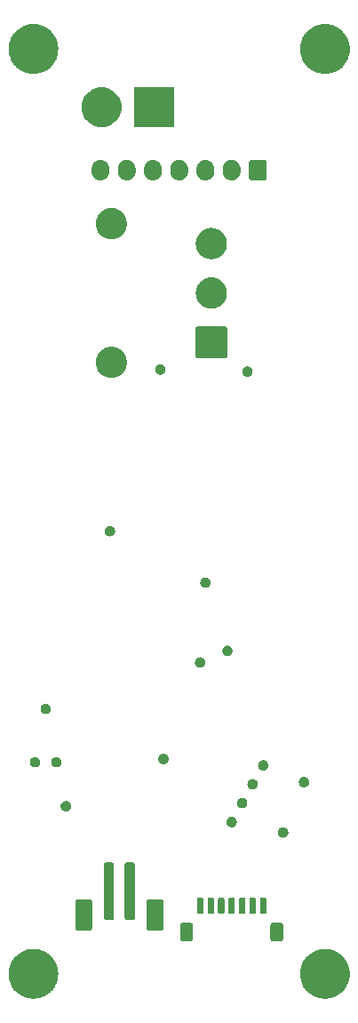
<source format=gbr>
%TF.GenerationSoftware,KiCad,Pcbnew,7.0.6*%
%TF.CreationDate,2024-05-08T12:01:16-04:00*%
%TF.ProjectId,ActiveImpactor_Power,41637469-7665-4496-9d70-6163746f725f,rev?*%
%TF.SameCoordinates,Original*%
%TF.FileFunction,Soldermask,Bot*%
%TF.FilePolarity,Negative*%
%FSLAX46Y46*%
G04 Gerber Fmt 4.6, Leading zero omitted, Abs format (unit mm)*
G04 Created by KiCad (PCBNEW 7.0.6) date 2024-05-08 12:01:16*
%MOMM*%
%LPD*%
G01*
G04 APERTURE LIST*
G04 APERTURE END LIST*
G36*
X-13817798Y-41682765D02*
G01*
X-13741381Y-41682765D01*
X-13658984Y-41693173D01*
X-13580500Y-41698318D01*
X-13514773Y-41711391D01*
X-13445477Y-41720146D01*
X-13358518Y-41742473D01*
X-13275805Y-41758926D01*
X-13217950Y-41778564D01*
X-13156612Y-41794314D01*
X-13066792Y-41829876D01*
X-12981627Y-41858786D01*
X-12932153Y-41883183D01*
X-12879305Y-41904108D01*
X-12788545Y-41954003D01*
X-12703000Y-41996190D01*
X-12662107Y-42023513D01*
X-12617956Y-42047786D01*
X-12528365Y-42112876D01*
X-12444692Y-42168786D01*
X-12412229Y-42197254D01*
X-12376666Y-42223093D01*
X-12290501Y-42304006D01*
X-12211121Y-42373621D01*
X-12186628Y-42401549D01*
X-12159257Y-42427253D01*
X-12078865Y-42524430D01*
X-12006286Y-42607192D01*
X-11989007Y-42633050D01*
X-11969149Y-42657056D01*
X-11896923Y-42770864D01*
X-11833690Y-42865500D01*
X-11822621Y-42887945D01*
X-11809340Y-42908873D01*
X-11747654Y-43039962D01*
X-11696286Y-43144127D01*
X-11690194Y-43162071D01*
X-11682353Y-43178736D01*
X-11633509Y-43329059D01*
X-11596426Y-43438305D01*
X-11593919Y-43450905D01*
X-11590191Y-43462381D01*
X-11556357Y-43639743D01*
X-11535818Y-43743000D01*
X-11535377Y-43749722D01*
X-11534306Y-43755339D01*
X-11517470Y-44022940D01*
X-11515500Y-44053000D01*
X-11517470Y-44083062D01*
X-11534306Y-44350660D01*
X-11535377Y-44356275D01*
X-11535818Y-44363000D01*
X-11556361Y-44466279D01*
X-11590191Y-44643618D01*
X-11593919Y-44655091D01*
X-11596426Y-44667695D01*
X-11633517Y-44776962D01*
X-11682353Y-44927263D01*
X-11690193Y-44943924D01*
X-11696286Y-44961873D01*
X-11747664Y-45066058D01*
X-11809340Y-45197126D01*
X-11822618Y-45218049D01*
X-11833690Y-45240500D01*
X-11896935Y-45335153D01*
X-11969149Y-45448943D01*
X-11989004Y-45472944D01*
X-12006286Y-45498808D01*
X-12078880Y-45581586D01*
X-12159257Y-45678746D01*
X-12186623Y-45704444D01*
X-12211121Y-45732379D01*
X-12290517Y-45802007D01*
X-12376666Y-45882906D01*
X-12412222Y-45908739D01*
X-12444692Y-45937214D01*
X-12528383Y-45993134D01*
X-12617956Y-46058213D01*
X-12662099Y-46082481D01*
X-12703000Y-46109810D01*
X-12788563Y-46152005D01*
X-12879305Y-46201891D01*
X-12932142Y-46222811D01*
X-12981627Y-46247214D01*
X-13066809Y-46276129D01*
X-13156612Y-46311685D01*
X-13217938Y-46327431D01*
X-13275805Y-46347074D01*
X-13358536Y-46363530D01*
X-13445477Y-46385853D01*
X-13514762Y-46394605D01*
X-13580500Y-46407682D01*
X-13658989Y-46412826D01*
X-13741381Y-46423235D01*
X-13817798Y-46423235D01*
X-13890500Y-46428000D01*
X-13963202Y-46423235D01*
X-14039619Y-46423235D01*
X-14122009Y-46412826D01*
X-14200500Y-46407682D01*
X-14266238Y-46394605D01*
X-14335522Y-46385853D01*
X-14422459Y-46363531D01*
X-14505195Y-46347074D01*
X-14563064Y-46327429D01*
X-14624387Y-46311685D01*
X-14714183Y-46276132D01*
X-14799373Y-46247214D01*
X-14848861Y-46222809D01*
X-14901694Y-46201891D01*
X-14992427Y-46152010D01*
X-15078000Y-46109810D01*
X-15118905Y-46082477D01*
X-15163043Y-46058213D01*
X-15252604Y-45993142D01*
X-15336308Y-45937214D01*
X-15368781Y-45908735D01*
X-15404333Y-45882906D01*
X-15490467Y-45802020D01*
X-15569879Y-45732379D01*
X-15594381Y-45704439D01*
X-15621742Y-45678746D01*
X-15702102Y-45581606D01*
X-15774714Y-45498808D01*
X-15791999Y-45472937D01*
X-15811850Y-45448943D01*
X-15884044Y-45335183D01*
X-15947310Y-45240500D01*
X-15958384Y-45218042D01*
X-15971659Y-45197126D01*
X-16033313Y-45066103D01*
X-16084714Y-44961873D01*
X-16090809Y-44943917D01*
X-16098646Y-44927263D01*
X-16147459Y-44777031D01*
X-16184574Y-44667695D01*
X-16187082Y-44655083D01*
X-16190808Y-44643618D01*
X-16224613Y-44466402D01*
X-16245182Y-44363000D01*
X-16245623Y-44356267D01*
X-16246693Y-44350660D01*
X-16263503Y-44083464D01*
X-16265500Y-44053000D01*
X-16263506Y-44022581D01*
X-16246693Y-43755339D01*
X-16245623Y-43749730D01*
X-16245182Y-43743000D01*
X-16224618Y-43639620D01*
X-16190808Y-43462381D01*
X-16187082Y-43450913D01*
X-16184574Y-43438305D01*
X-16147466Y-43328991D01*
X-16098646Y-43178736D01*
X-16090807Y-43162079D01*
X-16084714Y-43144127D01*
X-16033323Y-43039917D01*
X-15971659Y-42908873D01*
X-15958382Y-42887952D01*
X-15947310Y-42865500D01*
X-15884056Y-42770835D01*
X-15811850Y-42657056D01*
X-15791996Y-42633056D01*
X-15774714Y-42607192D01*
X-15702116Y-42524410D01*
X-15621742Y-42427253D01*
X-15594376Y-42401554D01*
X-15569879Y-42373621D01*
X-15490483Y-42303993D01*
X-15404333Y-42223093D01*
X-15368775Y-42197258D01*
X-15336308Y-42168786D01*
X-15252621Y-42112868D01*
X-15163043Y-42047786D01*
X-15118896Y-42023516D01*
X-15078000Y-41996190D01*
X-14992444Y-41953998D01*
X-14901694Y-41904108D01*
X-14848850Y-41883185D01*
X-14799373Y-41858786D01*
X-14714200Y-41829873D01*
X-14624387Y-41794314D01*
X-14563052Y-41778565D01*
X-14505195Y-41758926D01*
X-14422476Y-41742472D01*
X-14335522Y-41720146D01*
X-14266227Y-41711392D01*
X-14200500Y-41698318D01*
X-14122014Y-41693173D01*
X-14039619Y-41682765D01*
X-13963202Y-41682765D01*
X-13890500Y-41678000D01*
X-13817798Y-41682765D01*
G37*
G36*
X13963202Y-41682765D02*
G01*
X14039619Y-41682765D01*
X14122014Y-41693173D01*
X14200500Y-41698318D01*
X14266227Y-41711392D01*
X14335522Y-41720146D01*
X14422476Y-41742472D01*
X14505195Y-41758926D01*
X14563052Y-41778565D01*
X14624387Y-41794314D01*
X14714200Y-41829873D01*
X14799373Y-41858786D01*
X14848850Y-41883185D01*
X14901694Y-41904108D01*
X14992444Y-41953998D01*
X15078000Y-41996190D01*
X15118896Y-42023516D01*
X15163043Y-42047786D01*
X15252621Y-42112868D01*
X15336308Y-42168786D01*
X15368775Y-42197258D01*
X15404333Y-42223093D01*
X15490483Y-42303993D01*
X15569879Y-42373621D01*
X15594376Y-42401554D01*
X15621742Y-42427253D01*
X15702116Y-42524410D01*
X15774714Y-42607192D01*
X15791996Y-42633056D01*
X15811850Y-42657056D01*
X15884056Y-42770835D01*
X15947310Y-42865500D01*
X15958382Y-42887952D01*
X15971659Y-42908873D01*
X16033323Y-43039917D01*
X16084714Y-43144127D01*
X16090807Y-43162079D01*
X16098646Y-43178736D01*
X16147466Y-43328991D01*
X16184574Y-43438305D01*
X16187082Y-43450913D01*
X16190808Y-43462381D01*
X16224618Y-43639620D01*
X16245182Y-43743000D01*
X16245623Y-43749730D01*
X16246693Y-43755339D01*
X16263506Y-44022581D01*
X16265500Y-44053000D01*
X16263503Y-44083464D01*
X16246693Y-44350660D01*
X16245623Y-44356267D01*
X16245182Y-44363000D01*
X16224613Y-44466402D01*
X16190808Y-44643618D01*
X16187082Y-44655083D01*
X16184574Y-44667695D01*
X16147459Y-44777031D01*
X16098646Y-44927263D01*
X16090809Y-44943917D01*
X16084714Y-44961873D01*
X16033313Y-45066103D01*
X15971659Y-45197126D01*
X15958384Y-45218042D01*
X15947310Y-45240500D01*
X15884044Y-45335183D01*
X15811850Y-45448943D01*
X15791999Y-45472937D01*
X15774714Y-45498808D01*
X15702102Y-45581606D01*
X15621742Y-45678746D01*
X15594381Y-45704439D01*
X15569879Y-45732379D01*
X15490467Y-45802020D01*
X15404333Y-45882906D01*
X15368781Y-45908735D01*
X15336308Y-45937214D01*
X15252604Y-45993142D01*
X15163043Y-46058213D01*
X15118905Y-46082477D01*
X15078000Y-46109810D01*
X14992427Y-46152010D01*
X14901694Y-46201891D01*
X14848861Y-46222809D01*
X14799373Y-46247214D01*
X14714183Y-46276132D01*
X14624387Y-46311685D01*
X14563064Y-46327429D01*
X14505195Y-46347074D01*
X14422459Y-46363531D01*
X14335522Y-46385853D01*
X14266238Y-46394605D01*
X14200500Y-46407682D01*
X14122009Y-46412826D01*
X14039619Y-46423235D01*
X13963202Y-46423235D01*
X13890500Y-46428000D01*
X13817798Y-46423235D01*
X13741381Y-46423235D01*
X13658989Y-46412826D01*
X13580500Y-46407682D01*
X13514762Y-46394605D01*
X13445477Y-46385853D01*
X13358536Y-46363530D01*
X13275805Y-46347074D01*
X13217938Y-46327431D01*
X13156612Y-46311685D01*
X13066809Y-46276129D01*
X12981627Y-46247214D01*
X12932142Y-46222811D01*
X12879305Y-46201891D01*
X12788563Y-46152005D01*
X12703000Y-46109810D01*
X12662099Y-46082481D01*
X12617956Y-46058213D01*
X12528383Y-45993134D01*
X12444692Y-45937214D01*
X12412222Y-45908739D01*
X12376666Y-45882906D01*
X12290517Y-45802007D01*
X12211121Y-45732379D01*
X12186623Y-45704444D01*
X12159257Y-45678746D01*
X12078880Y-45581586D01*
X12006286Y-45498808D01*
X11989004Y-45472944D01*
X11969149Y-45448943D01*
X11896935Y-45335153D01*
X11833690Y-45240500D01*
X11822618Y-45218049D01*
X11809340Y-45197126D01*
X11747664Y-45066058D01*
X11696286Y-44961873D01*
X11690193Y-44943924D01*
X11682353Y-44927263D01*
X11633517Y-44776962D01*
X11596426Y-44667695D01*
X11593919Y-44655091D01*
X11590191Y-44643618D01*
X11556361Y-44466279D01*
X11535818Y-44363000D01*
X11535377Y-44356275D01*
X11534306Y-44350660D01*
X11517470Y-44083062D01*
X11515500Y-44053000D01*
X11517470Y-44022940D01*
X11534306Y-43755339D01*
X11535377Y-43749722D01*
X11535818Y-43743000D01*
X11556357Y-43639743D01*
X11590191Y-43462381D01*
X11593919Y-43450905D01*
X11596426Y-43438305D01*
X11633509Y-43329059D01*
X11682353Y-43178736D01*
X11690194Y-43162071D01*
X11696286Y-43144127D01*
X11747654Y-43039962D01*
X11809340Y-42908873D01*
X11822621Y-42887945D01*
X11833690Y-42865500D01*
X11896923Y-42770864D01*
X11969149Y-42657056D01*
X11989007Y-42633050D01*
X12006286Y-42607192D01*
X12078865Y-42524430D01*
X12159257Y-42427253D01*
X12186628Y-42401549D01*
X12211121Y-42373621D01*
X12290501Y-42304006D01*
X12376666Y-42223093D01*
X12412229Y-42197254D01*
X12444692Y-42168786D01*
X12528365Y-42112876D01*
X12617956Y-42047786D01*
X12662107Y-42023513D01*
X12703000Y-41996190D01*
X12788545Y-41954003D01*
X12879305Y-41904108D01*
X12932153Y-41883183D01*
X12981627Y-41858786D01*
X13066792Y-41829876D01*
X13156612Y-41794314D01*
X13217950Y-41778564D01*
X13275805Y-41758926D01*
X13358518Y-41742473D01*
X13445477Y-41720146D01*
X13514773Y-41711391D01*
X13580500Y-41698318D01*
X13658984Y-41693173D01*
X13741381Y-41682765D01*
X13817798Y-41682765D01*
X13890500Y-41678000D01*
X13963202Y-41682765D01*
G37*
G36*
X1053231Y-39200642D02*
G01*
X1105772Y-39206738D01*
X1123723Y-39214664D01*
X1145671Y-39219030D01*
X1169166Y-39234729D01*
X1190890Y-39244321D01*
X1205726Y-39259157D01*
X1226777Y-39273223D01*
X1240842Y-39294273D01*
X1255678Y-39309109D01*
X1265269Y-39330830D01*
X1280970Y-39354329D01*
X1285335Y-39376277D01*
X1293260Y-39394224D01*
X1299352Y-39446747D01*
X1300000Y-39450000D01*
X1300000Y-40750000D01*
X1299354Y-40753243D01*
X1293261Y-40805772D01*
X1285336Y-40823719D01*
X1280970Y-40845671D01*
X1265267Y-40869171D01*
X1255678Y-40890890D01*
X1240844Y-40905723D01*
X1226777Y-40926777D01*
X1205723Y-40940844D01*
X1190890Y-40955678D01*
X1169170Y-40965267D01*
X1145671Y-40980970D01*
X1123720Y-40985336D01*
X1105775Y-40993260D01*
X1053254Y-40999352D01*
X1050000Y-41000000D01*
X350000Y-41000000D01*
X346758Y-40999355D01*
X294227Y-40993261D01*
X276278Y-40985335D01*
X254329Y-40980970D01*
X230830Y-40965268D01*
X209109Y-40955678D01*
X194273Y-40940842D01*
X173223Y-40926777D01*
X159157Y-40905726D01*
X144321Y-40890890D01*
X134729Y-40869166D01*
X119030Y-40845671D01*
X114664Y-40823724D01*
X106739Y-40805775D01*
X100644Y-40753242D01*
X100000Y-40750000D01*
X100000Y-39450000D01*
X100642Y-39446770D01*
X106738Y-39394227D01*
X114664Y-39376274D01*
X119030Y-39354329D01*
X134728Y-39330835D01*
X144321Y-39309109D01*
X159159Y-39294270D01*
X173223Y-39273223D01*
X194270Y-39259159D01*
X209109Y-39244321D01*
X230835Y-39234727D01*
X254329Y-39219030D01*
X276273Y-39214665D01*
X294224Y-39206739D01*
X346759Y-39200644D01*
X350000Y-39200000D01*
X1050000Y-39200000D01*
X1053231Y-39200642D01*
G37*
G36*
X9653231Y-39200642D02*
G01*
X9705772Y-39206738D01*
X9723723Y-39214664D01*
X9745671Y-39219030D01*
X9769166Y-39234729D01*
X9790890Y-39244321D01*
X9805726Y-39259157D01*
X9826777Y-39273223D01*
X9840842Y-39294273D01*
X9855678Y-39309109D01*
X9865269Y-39330830D01*
X9880970Y-39354329D01*
X9885335Y-39376277D01*
X9893260Y-39394224D01*
X9899352Y-39446747D01*
X9900000Y-39450000D01*
X9900000Y-40750000D01*
X9899354Y-40753243D01*
X9893261Y-40805772D01*
X9885336Y-40823719D01*
X9880970Y-40845671D01*
X9865267Y-40869171D01*
X9855678Y-40890890D01*
X9840844Y-40905723D01*
X9826777Y-40926777D01*
X9805723Y-40940844D01*
X9790890Y-40955678D01*
X9769170Y-40965267D01*
X9745671Y-40980970D01*
X9723720Y-40985336D01*
X9705775Y-40993260D01*
X9653254Y-40999352D01*
X9650000Y-41000000D01*
X8950000Y-41000000D01*
X8946758Y-40999355D01*
X8894227Y-40993261D01*
X8876278Y-40985335D01*
X8854329Y-40980970D01*
X8830830Y-40965268D01*
X8809109Y-40955678D01*
X8794273Y-40940842D01*
X8773223Y-40926777D01*
X8759157Y-40905726D01*
X8744321Y-40890890D01*
X8734729Y-40869166D01*
X8719030Y-40845671D01*
X8714664Y-40823724D01*
X8706739Y-40805775D01*
X8700644Y-40753242D01*
X8700000Y-40750000D01*
X8700000Y-39450000D01*
X8700642Y-39446770D01*
X8706738Y-39394227D01*
X8714664Y-39376274D01*
X8719030Y-39354329D01*
X8734728Y-39330835D01*
X8744321Y-39309109D01*
X8759159Y-39294270D01*
X8773223Y-39273223D01*
X8794270Y-39259159D01*
X8809109Y-39244321D01*
X8830835Y-39234727D01*
X8854329Y-39219030D01*
X8876273Y-39214665D01*
X8894224Y-39206739D01*
X8946759Y-39200644D01*
X8950000Y-39200000D01*
X9650000Y-39200000D01*
X9653231Y-39200642D01*
G37*
G36*
X-8546770Y-36950642D02*
G01*
X-8494227Y-36956738D01*
X-8476274Y-36964664D01*
X-8454329Y-36969030D01*
X-8430835Y-36984728D01*
X-8409109Y-36994321D01*
X-8394270Y-37009159D01*
X-8373223Y-37023223D01*
X-8359159Y-37044270D01*
X-8344321Y-37059109D01*
X-8334727Y-37080835D01*
X-8319030Y-37104329D01*
X-8314665Y-37126273D01*
X-8306739Y-37144224D01*
X-8300644Y-37196759D01*
X-8300000Y-37200000D01*
X-8300000Y-39700000D01*
X-8300642Y-39703231D01*
X-8306738Y-39755772D01*
X-8314664Y-39773723D01*
X-8319030Y-39795671D01*
X-8334729Y-39819166D01*
X-8344321Y-39840890D01*
X-8359157Y-39855726D01*
X-8373223Y-39876777D01*
X-8394273Y-39890842D01*
X-8409109Y-39905678D01*
X-8430830Y-39915269D01*
X-8454329Y-39930970D01*
X-8476277Y-39935335D01*
X-8494224Y-39943260D01*
X-8546747Y-39949352D01*
X-8550000Y-39950000D01*
X-9650000Y-39950000D01*
X-9653243Y-39949354D01*
X-9705772Y-39943261D01*
X-9723719Y-39935336D01*
X-9745671Y-39930970D01*
X-9769171Y-39915267D01*
X-9790890Y-39905678D01*
X-9805723Y-39890844D01*
X-9826777Y-39876777D01*
X-9840844Y-39855723D01*
X-9855678Y-39840890D01*
X-9865267Y-39819170D01*
X-9880970Y-39795671D01*
X-9885336Y-39773720D01*
X-9893260Y-39755775D01*
X-9899352Y-39703254D01*
X-9900000Y-39700000D01*
X-9900000Y-37200000D01*
X-9899355Y-37196758D01*
X-9893261Y-37144227D01*
X-9885335Y-37126278D01*
X-9880970Y-37104329D01*
X-9865268Y-37080830D01*
X-9855678Y-37059109D01*
X-9840842Y-37044273D01*
X-9826777Y-37023223D01*
X-9805726Y-37009157D01*
X-9790890Y-36994321D01*
X-9769166Y-36984729D01*
X-9745671Y-36969030D01*
X-9723724Y-36964664D01*
X-9705775Y-36956739D01*
X-9653242Y-36950644D01*
X-9650000Y-36950000D01*
X-8550000Y-36950000D01*
X-8546770Y-36950642D01*
G37*
G36*
X-1746770Y-36950642D02*
G01*
X-1694227Y-36956738D01*
X-1676274Y-36964664D01*
X-1654329Y-36969030D01*
X-1630835Y-36984728D01*
X-1609109Y-36994321D01*
X-1594270Y-37009159D01*
X-1573223Y-37023223D01*
X-1559159Y-37044270D01*
X-1544321Y-37059109D01*
X-1534727Y-37080835D01*
X-1519030Y-37104329D01*
X-1514665Y-37126273D01*
X-1506739Y-37144224D01*
X-1500644Y-37196759D01*
X-1500000Y-37200000D01*
X-1500000Y-39700000D01*
X-1500642Y-39703231D01*
X-1506738Y-39755772D01*
X-1514664Y-39773723D01*
X-1519030Y-39795671D01*
X-1534729Y-39819166D01*
X-1544321Y-39840890D01*
X-1559157Y-39855726D01*
X-1573223Y-39876777D01*
X-1594273Y-39890842D01*
X-1609109Y-39905678D01*
X-1630830Y-39915269D01*
X-1654329Y-39930970D01*
X-1676277Y-39935335D01*
X-1694224Y-39943260D01*
X-1746747Y-39949352D01*
X-1750000Y-39950000D01*
X-2850000Y-39950000D01*
X-2853243Y-39949354D01*
X-2905772Y-39943261D01*
X-2923719Y-39935336D01*
X-2945671Y-39930970D01*
X-2969171Y-39915267D01*
X-2990890Y-39905678D01*
X-3005723Y-39890844D01*
X-3026777Y-39876777D01*
X-3040844Y-39855723D01*
X-3055678Y-39840890D01*
X-3065267Y-39819170D01*
X-3080970Y-39795671D01*
X-3085336Y-39773720D01*
X-3093260Y-39755775D01*
X-3099352Y-39703254D01*
X-3100000Y-39700000D01*
X-3100000Y-37200000D01*
X-3099355Y-37196758D01*
X-3093261Y-37144227D01*
X-3085335Y-37126278D01*
X-3080970Y-37104329D01*
X-3065268Y-37080830D01*
X-3055678Y-37059109D01*
X-3040842Y-37044273D01*
X-3026777Y-37023223D01*
X-3005726Y-37009157D01*
X-2990890Y-36994321D01*
X-2969166Y-36984729D01*
X-2945671Y-36969030D01*
X-2923724Y-36964664D01*
X-2905775Y-36956739D01*
X-2853242Y-36950644D01*
X-2850000Y-36950000D01*
X-1750000Y-36950000D01*
X-1746770Y-36950642D01*
G37*
G36*
X-6446770Y-33450642D02*
G01*
X-6394227Y-33456738D01*
X-6376274Y-33464664D01*
X-6354329Y-33469030D01*
X-6330835Y-33484728D01*
X-6309109Y-33494321D01*
X-6294270Y-33509159D01*
X-6273223Y-33523223D01*
X-6259159Y-33544270D01*
X-6244321Y-33559109D01*
X-6234727Y-33580835D01*
X-6219030Y-33604329D01*
X-6214665Y-33626273D01*
X-6206739Y-33644224D01*
X-6200644Y-33696759D01*
X-6200000Y-33700000D01*
X-6200000Y-38700000D01*
X-6200642Y-38703231D01*
X-6206738Y-38755772D01*
X-6214664Y-38773723D01*
X-6219030Y-38795671D01*
X-6234729Y-38819166D01*
X-6244321Y-38840890D01*
X-6259157Y-38855726D01*
X-6273223Y-38876777D01*
X-6294273Y-38890842D01*
X-6309109Y-38905678D01*
X-6330830Y-38915269D01*
X-6354329Y-38930970D01*
X-6376277Y-38935335D01*
X-6394224Y-38943260D01*
X-6446747Y-38949352D01*
X-6450000Y-38950000D01*
X-6950000Y-38950000D01*
X-6953243Y-38949354D01*
X-7005772Y-38943261D01*
X-7023719Y-38935336D01*
X-7045671Y-38930970D01*
X-7069171Y-38915267D01*
X-7090890Y-38905678D01*
X-7105723Y-38890844D01*
X-7126777Y-38876777D01*
X-7140844Y-38855723D01*
X-7155678Y-38840890D01*
X-7165267Y-38819170D01*
X-7180970Y-38795671D01*
X-7185336Y-38773720D01*
X-7193260Y-38755775D01*
X-7199352Y-38703254D01*
X-7200000Y-38700000D01*
X-7200000Y-33700000D01*
X-7199355Y-33696758D01*
X-7193261Y-33644227D01*
X-7185335Y-33626278D01*
X-7180970Y-33604329D01*
X-7165268Y-33580830D01*
X-7155678Y-33559109D01*
X-7140842Y-33544273D01*
X-7126777Y-33523223D01*
X-7105726Y-33509157D01*
X-7090890Y-33494321D01*
X-7069166Y-33484729D01*
X-7045671Y-33469030D01*
X-7023724Y-33464664D01*
X-7005775Y-33456739D01*
X-6953242Y-33450644D01*
X-6950000Y-33450000D01*
X-6450000Y-33450000D01*
X-6446770Y-33450642D01*
G37*
G36*
X-4446770Y-33450642D02*
G01*
X-4394227Y-33456738D01*
X-4376274Y-33464664D01*
X-4354329Y-33469030D01*
X-4330835Y-33484728D01*
X-4309109Y-33494321D01*
X-4294270Y-33509159D01*
X-4273223Y-33523223D01*
X-4259159Y-33544270D01*
X-4244321Y-33559109D01*
X-4234727Y-33580835D01*
X-4219030Y-33604329D01*
X-4214665Y-33626273D01*
X-4206739Y-33644224D01*
X-4200644Y-33696759D01*
X-4200000Y-33700000D01*
X-4200000Y-38700000D01*
X-4200642Y-38703231D01*
X-4206738Y-38755772D01*
X-4214664Y-38773723D01*
X-4219030Y-38795671D01*
X-4234729Y-38819166D01*
X-4244321Y-38840890D01*
X-4259157Y-38855726D01*
X-4273223Y-38876777D01*
X-4294273Y-38890842D01*
X-4309109Y-38905678D01*
X-4330830Y-38915269D01*
X-4354329Y-38930970D01*
X-4376277Y-38935335D01*
X-4394224Y-38943260D01*
X-4446747Y-38949352D01*
X-4450000Y-38950000D01*
X-4950000Y-38950000D01*
X-4953243Y-38949354D01*
X-5005772Y-38943261D01*
X-5023719Y-38935336D01*
X-5045671Y-38930970D01*
X-5069171Y-38915267D01*
X-5090890Y-38905678D01*
X-5105723Y-38890844D01*
X-5126777Y-38876777D01*
X-5140844Y-38855723D01*
X-5155678Y-38840890D01*
X-5165267Y-38819170D01*
X-5180970Y-38795671D01*
X-5185336Y-38773720D01*
X-5193260Y-38755775D01*
X-5199352Y-38703254D01*
X-5200000Y-38700000D01*
X-5200000Y-33700000D01*
X-5199355Y-33696758D01*
X-5193261Y-33644227D01*
X-5185335Y-33626278D01*
X-5180970Y-33604329D01*
X-5165268Y-33580830D01*
X-5155678Y-33559109D01*
X-5140842Y-33544273D01*
X-5126777Y-33523223D01*
X-5105726Y-33509157D01*
X-5090890Y-33494321D01*
X-5069166Y-33484729D01*
X-5045671Y-33469030D01*
X-5023724Y-33464664D01*
X-5005775Y-33456739D01*
X-4953242Y-33450644D01*
X-4950000Y-33450000D01*
X-4450000Y-33450000D01*
X-4446770Y-33450642D01*
G37*
G36*
X2207403Y-36811418D02*
G01*
X2256066Y-36843934D01*
X2288582Y-36892597D01*
X2300000Y-36950000D01*
X2300000Y-38200000D01*
X2288582Y-38257403D01*
X2256066Y-38306066D01*
X2207403Y-38338582D01*
X2150000Y-38350000D01*
X1850000Y-38350000D01*
X1792597Y-38338582D01*
X1743934Y-38306066D01*
X1711418Y-38257403D01*
X1700000Y-38200000D01*
X1700000Y-36950000D01*
X1711418Y-36892597D01*
X1743934Y-36843934D01*
X1792597Y-36811418D01*
X1850000Y-36800000D01*
X2150000Y-36800000D01*
X2207403Y-36811418D01*
G37*
G36*
X3207403Y-36811418D02*
G01*
X3256066Y-36843934D01*
X3288582Y-36892597D01*
X3300000Y-36950000D01*
X3300000Y-38200000D01*
X3288582Y-38257403D01*
X3256066Y-38306066D01*
X3207403Y-38338582D01*
X3150000Y-38350000D01*
X2850000Y-38350000D01*
X2792597Y-38338582D01*
X2743934Y-38306066D01*
X2711418Y-38257403D01*
X2700000Y-38200000D01*
X2700000Y-36950000D01*
X2711418Y-36892597D01*
X2743934Y-36843934D01*
X2792597Y-36811418D01*
X2850000Y-36800000D01*
X3150000Y-36800000D01*
X3207403Y-36811418D01*
G37*
G36*
X4207403Y-36811418D02*
G01*
X4256066Y-36843934D01*
X4288582Y-36892597D01*
X4300000Y-36950000D01*
X4300000Y-38200000D01*
X4288582Y-38257403D01*
X4256066Y-38306066D01*
X4207403Y-38338582D01*
X4150000Y-38350000D01*
X3850000Y-38350000D01*
X3792597Y-38338582D01*
X3743934Y-38306066D01*
X3711418Y-38257403D01*
X3700000Y-38200000D01*
X3700000Y-36950000D01*
X3711418Y-36892597D01*
X3743934Y-36843934D01*
X3792597Y-36811418D01*
X3850000Y-36800000D01*
X4150000Y-36800000D01*
X4207403Y-36811418D01*
G37*
G36*
X5207403Y-36811418D02*
G01*
X5256066Y-36843934D01*
X5288582Y-36892597D01*
X5300000Y-36950000D01*
X5300000Y-38200000D01*
X5288582Y-38257403D01*
X5256066Y-38306066D01*
X5207403Y-38338582D01*
X5150000Y-38350000D01*
X4850000Y-38350000D01*
X4792597Y-38338582D01*
X4743934Y-38306066D01*
X4711418Y-38257403D01*
X4700000Y-38200000D01*
X4700000Y-36950000D01*
X4711418Y-36892597D01*
X4743934Y-36843934D01*
X4792597Y-36811418D01*
X4850000Y-36800000D01*
X5150000Y-36800000D01*
X5207403Y-36811418D01*
G37*
G36*
X6207403Y-36811418D02*
G01*
X6256066Y-36843934D01*
X6288582Y-36892597D01*
X6300000Y-36950000D01*
X6300000Y-38200000D01*
X6288582Y-38257403D01*
X6256066Y-38306066D01*
X6207403Y-38338582D01*
X6150000Y-38350000D01*
X5850000Y-38350000D01*
X5792597Y-38338582D01*
X5743934Y-38306066D01*
X5711418Y-38257403D01*
X5700000Y-38200000D01*
X5700000Y-36950000D01*
X5711418Y-36892597D01*
X5743934Y-36843934D01*
X5792597Y-36811418D01*
X5850000Y-36800000D01*
X6150000Y-36800000D01*
X6207403Y-36811418D01*
G37*
G36*
X7207403Y-36811418D02*
G01*
X7256066Y-36843934D01*
X7288582Y-36892597D01*
X7300000Y-36950000D01*
X7300000Y-38200000D01*
X7288582Y-38257403D01*
X7256066Y-38306066D01*
X7207403Y-38338582D01*
X7150000Y-38350000D01*
X6850000Y-38350000D01*
X6792597Y-38338582D01*
X6743934Y-38306066D01*
X6711418Y-38257403D01*
X6700000Y-38200000D01*
X6700000Y-36950000D01*
X6711418Y-36892597D01*
X6743934Y-36843934D01*
X6792597Y-36811418D01*
X6850000Y-36800000D01*
X7150000Y-36800000D01*
X7207403Y-36811418D01*
G37*
G36*
X8207403Y-36811418D02*
G01*
X8256066Y-36843934D01*
X8288582Y-36892597D01*
X8300000Y-36950000D01*
X8300000Y-38200000D01*
X8288582Y-38257403D01*
X8256066Y-38306066D01*
X8207403Y-38338582D01*
X8150000Y-38350000D01*
X7850000Y-38350000D01*
X7792597Y-38338582D01*
X7743934Y-38306066D01*
X7711418Y-38257403D01*
X7700000Y-38200000D01*
X7700000Y-36950000D01*
X7711418Y-36892597D01*
X7743934Y-36843934D01*
X7792597Y-36811418D01*
X7850000Y-36800000D01*
X8150000Y-36800000D01*
X8207403Y-36811418D01*
G37*
G36*
X9936035Y-30105089D02*
G01*
X9971157Y-30105089D01*
X9999702Y-30113470D01*
X10029321Y-30117370D01*
X10069106Y-30133849D01*
X10107708Y-30145184D01*
X10128083Y-30158278D01*
X10149827Y-30167285D01*
X10189671Y-30197859D01*
X10227430Y-30222125D01*
X10239601Y-30236172D01*
X10253309Y-30246690D01*
X10288845Y-30293002D01*
X10320627Y-30329680D01*
X10325974Y-30341390D01*
X10332714Y-30350173D01*
X10359326Y-30414421D01*
X10379746Y-30459134D01*
X10380755Y-30466154D01*
X10382629Y-30470678D01*
X10395900Y-30571484D01*
X10400000Y-30600000D01*
X10395899Y-30628517D01*
X10382629Y-30729321D01*
X10380755Y-30733843D01*
X10379746Y-30740866D01*
X10359324Y-30785583D01*
X10332714Y-30849827D01*
X10325974Y-30858609D01*
X10320627Y-30870320D01*
X10288841Y-30907002D01*
X10253309Y-30953309D01*
X10239604Y-30963824D01*
X10227430Y-30977875D01*
X10189663Y-31002145D01*
X10149827Y-31032714D01*
X10128087Y-31041718D01*
X10107708Y-31054816D01*
X10069097Y-31066152D01*
X10029321Y-31082629D01*
X9999708Y-31086527D01*
X9971157Y-31094911D01*
X9936028Y-31094911D01*
X9900000Y-31099654D01*
X9863972Y-31094911D01*
X9828843Y-31094911D01*
X9800291Y-31086527D01*
X9770678Y-31082629D01*
X9730898Y-31066151D01*
X9692292Y-31054816D01*
X9671913Y-31041719D01*
X9650172Y-31032714D01*
X9610330Y-31002142D01*
X9572570Y-30977875D01*
X9560397Y-30963827D01*
X9546690Y-30953309D01*
X9511149Y-30906992D01*
X9479373Y-30870320D01*
X9474026Y-30858612D01*
X9467285Y-30849827D01*
X9440665Y-30785560D01*
X9420254Y-30740866D01*
X9419244Y-30733847D01*
X9417370Y-30729321D01*
X9404088Y-30628435D01*
X9400000Y-30600000D01*
X9404088Y-30571567D01*
X9417370Y-30470678D01*
X9419245Y-30466151D01*
X9420254Y-30459134D01*
X9440662Y-30414444D01*
X9467285Y-30350173D01*
X9474026Y-30341387D01*
X9479373Y-30329680D01*
X9511145Y-30293012D01*
X9546690Y-30246690D01*
X9560399Y-30236170D01*
X9572570Y-30222125D01*
X9610325Y-30197860D01*
X9650173Y-30167285D01*
X9671916Y-30158278D01*
X9692292Y-30145184D01*
X9730891Y-30133850D01*
X9770678Y-30117370D01*
X9800297Y-30113470D01*
X9828843Y-30105089D01*
X9863965Y-30105089D01*
X9900000Y-30100345D01*
X9936035Y-30105089D01*
G37*
G36*
X5036035Y-29105089D02*
G01*
X5071157Y-29105089D01*
X5099702Y-29113470D01*
X5129321Y-29117370D01*
X5169106Y-29133849D01*
X5207708Y-29145184D01*
X5228083Y-29158278D01*
X5249827Y-29167285D01*
X5289671Y-29197859D01*
X5327430Y-29222125D01*
X5339601Y-29236172D01*
X5353309Y-29246690D01*
X5388845Y-29293002D01*
X5420627Y-29329680D01*
X5425974Y-29341390D01*
X5432714Y-29350173D01*
X5459326Y-29414421D01*
X5479746Y-29459134D01*
X5480755Y-29466154D01*
X5482629Y-29470678D01*
X5495900Y-29571484D01*
X5500000Y-29600000D01*
X5495899Y-29628517D01*
X5482629Y-29729321D01*
X5480755Y-29733843D01*
X5479746Y-29740866D01*
X5459324Y-29785583D01*
X5432714Y-29849827D01*
X5425974Y-29858609D01*
X5420627Y-29870320D01*
X5388841Y-29907002D01*
X5353309Y-29953309D01*
X5339604Y-29963824D01*
X5327430Y-29977875D01*
X5289663Y-30002145D01*
X5249827Y-30032714D01*
X5228087Y-30041718D01*
X5207708Y-30054816D01*
X5169097Y-30066152D01*
X5129321Y-30082629D01*
X5099708Y-30086527D01*
X5071157Y-30094911D01*
X5036028Y-30094911D01*
X5000000Y-30099654D01*
X4963972Y-30094911D01*
X4928843Y-30094911D01*
X4900291Y-30086527D01*
X4870678Y-30082629D01*
X4830898Y-30066151D01*
X4792292Y-30054816D01*
X4771913Y-30041719D01*
X4750172Y-30032714D01*
X4710330Y-30002142D01*
X4672570Y-29977875D01*
X4660397Y-29963827D01*
X4646690Y-29953309D01*
X4611149Y-29906992D01*
X4579373Y-29870320D01*
X4574026Y-29858612D01*
X4567285Y-29849827D01*
X4540665Y-29785560D01*
X4520254Y-29740866D01*
X4519244Y-29733847D01*
X4517370Y-29729321D01*
X4504088Y-29628435D01*
X4500000Y-29600000D01*
X4504088Y-29571567D01*
X4517370Y-29470678D01*
X4519245Y-29466151D01*
X4520254Y-29459134D01*
X4540662Y-29414444D01*
X4567285Y-29350173D01*
X4574026Y-29341387D01*
X4579373Y-29329680D01*
X4611145Y-29293012D01*
X4646690Y-29246690D01*
X4660399Y-29236170D01*
X4672570Y-29222125D01*
X4710325Y-29197860D01*
X4750173Y-29167285D01*
X4771916Y-29158278D01*
X4792292Y-29145184D01*
X4830891Y-29133850D01*
X4870678Y-29117370D01*
X4900297Y-29113470D01*
X4928843Y-29105089D01*
X4963965Y-29105089D01*
X5000000Y-29100345D01*
X5036035Y-29105089D01*
G37*
G36*
X-10763965Y-27605089D02*
G01*
X-10728843Y-27605089D01*
X-10700297Y-27613470D01*
X-10670678Y-27617370D01*
X-10630890Y-27633850D01*
X-10592292Y-27645184D01*
X-10571918Y-27658277D01*
X-10550172Y-27667285D01*
X-10510322Y-27697863D01*
X-10472570Y-27722125D01*
X-10460400Y-27736169D01*
X-10446690Y-27746690D01*
X-10411145Y-27793012D01*
X-10379373Y-27829680D01*
X-10374026Y-27841387D01*
X-10367285Y-27850173D01*
X-10340662Y-27914444D01*
X-10320254Y-27959134D01*
X-10319245Y-27966151D01*
X-10317370Y-27970678D01*
X-10304088Y-28071567D01*
X-10300000Y-28100000D01*
X-10304088Y-28128435D01*
X-10317370Y-28229321D01*
X-10319244Y-28233847D01*
X-10320254Y-28240866D01*
X-10340665Y-28285560D01*
X-10367285Y-28349827D01*
X-10374026Y-28358612D01*
X-10379373Y-28370320D01*
X-10411149Y-28406992D01*
X-10446690Y-28453309D01*
X-10460397Y-28463827D01*
X-10472570Y-28477875D01*
X-10510330Y-28502142D01*
X-10550172Y-28532714D01*
X-10571913Y-28541719D01*
X-10592292Y-28554816D01*
X-10630898Y-28566151D01*
X-10670678Y-28582629D01*
X-10700291Y-28586527D01*
X-10728843Y-28594911D01*
X-10763972Y-28594911D01*
X-10800000Y-28599654D01*
X-10836028Y-28594911D01*
X-10871157Y-28594911D01*
X-10899708Y-28586527D01*
X-10929321Y-28582629D01*
X-10969097Y-28566152D01*
X-11007708Y-28554816D01*
X-11028087Y-28541718D01*
X-11049827Y-28532714D01*
X-11089663Y-28502145D01*
X-11127430Y-28477875D01*
X-11139604Y-28463824D01*
X-11153309Y-28453309D01*
X-11188841Y-28407002D01*
X-11220627Y-28370320D01*
X-11225974Y-28358609D01*
X-11232714Y-28349827D01*
X-11259324Y-28285583D01*
X-11279746Y-28240866D01*
X-11280755Y-28233843D01*
X-11282629Y-28229321D01*
X-11295898Y-28128526D01*
X-11300000Y-28100000D01*
X-11295901Y-28071493D01*
X-11282629Y-27970678D01*
X-11280755Y-27966154D01*
X-11279746Y-27959134D01*
X-11259326Y-27914421D01*
X-11232714Y-27850173D01*
X-11225974Y-27841390D01*
X-11220627Y-27829680D01*
X-11188845Y-27793002D01*
X-11153309Y-27746690D01*
X-11139602Y-27736172D01*
X-11127430Y-27722125D01*
X-11089668Y-27697856D01*
X-11049826Y-27667285D01*
X-11028084Y-27658279D01*
X-11007708Y-27645184D01*
X-10969104Y-27633849D01*
X-10929321Y-27617370D01*
X-10899702Y-27613470D01*
X-10871157Y-27605089D01*
X-10836035Y-27605089D01*
X-10800000Y-27600345D01*
X-10763965Y-27605089D01*
G37*
G36*
X6036035Y-27305089D02*
G01*
X6071157Y-27305089D01*
X6099702Y-27313470D01*
X6129321Y-27317370D01*
X6169106Y-27333849D01*
X6207708Y-27345184D01*
X6228083Y-27358278D01*
X6249827Y-27367285D01*
X6289671Y-27397859D01*
X6327430Y-27422125D01*
X6339601Y-27436172D01*
X6353309Y-27446690D01*
X6388845Y-27493002D01*
X6420627Y-27529680D01*
X6425974Y-27541390D01*
X6432714Y-27550173D01*
X6459326Y-27614421D01*
X6479746Y-27659134D01*
X6480755Y-27666154D01*
X6482629Y-27670678D01*
X6495900Y-27771484D01*
X6500000Y-27800000D01*
X6495899Y-27828517D01*
X6482629Y-27929321D01*
X6480755Y-27933843D01*
X6479746Y-27940866D01*
X6459324Y-27985583D01*
X6432714Y-28049827D01*
X6425974Y-28058609D01*
X6420627Y-28070320D01*
X6388841Y-28107002D01*
X6353309Y-28153309D01*
X6339604Y-28163824D01*
X6327430Y-28177875D01*
X6289663Y-28202145D01*
X6249827Y-28232714D01*
X6228087Y-28241718D01*
X6207708Y-28254816D01*
X6169097Y-28266152D01*
X6129321Y-28282629D01*
X6099708Y-28286527D01*
X6071157Y-28294911D01*
X6036028Y-28294911D01*
X6000000Y-28299654D01*
X5963972Y-28294911D01*
X5928843Y-28294911D01*
X5900291Y-28286527D01*
X5870678Y-28282629D01*
X5830898Y-28266151D01*
X5792292Y-28254816D01*
X5771913Y-28241719D01*
X5750172Y-28232714D01*
X5710330Y-28202142D01*
X5672570Y-28177875D01*
X5660397Y-28163827D01*
X5646690Y-28153309D01*
X5611149Y-28106992D01*
X5579373Y-28070320D01*
X5574026Y-28058612D01*
X5567285Y-28049827D01*
X5540665Y-27985560D01*
X5520254Y-27940866D01*
X5519244Y-27933847D01*
X5517370Y-27929321D01*
X5504088Y-27828435D01*
X5500000Y-27800000D01*
X5504088Y-27771567D01*
X5517370Y-27670678D01*
X5519245Y-27666151D01*
X5520254Y-27659134D01*
X5540662Y-27614444D01*
X5567285Y-27550173D01*
X5574026Y-27541387D01*
X5579373Y-27529680D01*
X5611145Y-27493012D01*
X5646690Y-27446690D01*
X5660399Y-27436170D01*
X5672570Y-27422125D01*
X5710325Y-27397860D01*
X5750173Y-27367285D01*
X5771916Y-27358278D01*
X5792292Y-27345184D01*
X5830891Y-27333850D01*
X5870678Y-27317370D01*
X5900297Y-27313470D01*
X5928843Y-27305089D01*
X5963965Y-27305089D01*
X6000000Y-27300345D01*
X6036035Y-27305089D01*
G37*
G36*
X7036035Y-25505089D02*
G01*
X7071157Y-25505089D01*
X7099702Y-25513470D01*
X7129321Y-25517370D01*
X7169106Y-25533849D01*
X7207708Y-25545184D01*
X7228083Y-25558278D01*
X7249827Y-25567285D01*
X7289671Y-25597859D01*
X7327430Y-25622125D01*
X7339601Y-25636172D01*
X7353309Y-25646690D01*
X7388845Y-25693002D01*
X7420627Y-25729680D01*
X7425974Y-25741390D01*
X7432714Y-25750173D01*
X7459326Y-25814421D01*
X7479746Y-25859134D01*
X7480755Y-25866154D01*
X7482629Y-25870678D01*
X7495900Y-25971484D01*
X7500000Y-26000000D01*
X7495899Y-26028517D01*
X7482629Y-26129321D01*
X7480755Y-26133843D01*
X7479746Y-26140866D01*
X7459324Y-26185583D01*
X7432714Y-26249827D01*
X7425974Y-26258609D01*
X7420627Y-26270320D01*
X7388841Y-26307002D01*
X7353309Y-26353309D01*
X7339604Y-26363824D01*
X7327430Y-26377875D01*
X7289663Y-26402145D01*
X7249827Y-26432714D01*
X7228087Y-26441718D01*
X7207708Y-26454816D01*
X7169097Y-26466152D01*
X7129321Y-26482629D01*
X7099708Y-26486527D01*
X7071157Y-26494911D01*
X7036028Y-26494911D01*
X7000000Y-26499654D01*
X6963972Y-26494911D01*
X6928843Y-26494911D01*
X6900291Y-26486527D01*
X6870678Y-26482629D01*
X6830898Y-26466151D01*
X6792292Y-26454816D01*
X6771913Y-26441719D01*
X6750172Y-26432714D01*
X6710330Y-26402142D01*
X6672570Y-26377875D01*
X6660397Y-26363827D01*
X6646690Y-26353309D01*
X6611149Y-26306992D01*
X6579373Y-26270320D01*
X6574026Y-26258612D01*
X6567285Y-26249827D01*
X6540665Y-26185560D01*
X6520254Y-26140866D01*
X6519244Y-26133847D01*
X6517370Y-26129321D01*
X6504088Y-26028435D01*
X6500000Y-26000000D01*
X6504088Y-25971567D01*
X6517370Y-25870678D01*
X6519245Y-25866151D01*
X6520254Y-25859134D01*
X6540662Y-25814444D01*
X6567285Y-25750173D01*
X6574026Y-25741387D01*
X6579373Y-25729680D01*
X6611145Y-25693012D01*
X6646690Y-25646690D01*
X6660399Y-25636170D01*
X6672570Y-25622125D01*
X6710325Y-25597860D01*
X6750173Y-25567285D01*
X6771916Y-25558278D01*
X6792292Y-25545184D01*
X6830891Y-25533850D01*
X6870678Y-25517370D01*
X6900297Y-25513470D01*
X6928843Y-25505089D01*
X6963965Y-25505089D01*
X7000000Y-25500345D01*
X7036035Y-25505089D01*
G37*
G36*
X11936035Y-25305089D02*
G01*
X11971157Y-25305089D01*
X11999702Y-25313470D01*
X12029321Y-25317370D01*
X12069106Y-25333849D01*
X12107708Y-25345184D01*
X12128083Y-25358278D01*
X12149827Y-25367285D01*
X12189671Y-25397859D01*
X12227430Y-25422125D01*
X12239601Y-25436172D01*
X12253309Y-25446690D01*
X12288845Y-25493002D01*
X12320627Y-25529680D01*
X12325974Y-25541390D01*
X12332714Y-25550173D01*
X12359326Y-25614421D01*
X12379746Y-25659134D01*
X12380755Y-25666154D01*
X12382629Y-25670678D01*
X12395901Y-25771493D01*
X12400000Y-25800000D01*
X12395898Y-25828526D01*
X12382629Y-25929321D01*
X12380755Y-25933843D01*
X12379746Y-25940866D01*
X12359324Y-25985583D01*
X12332714Y-26049827D01*
X12325974Y-26058609D01*
X12320627Y-26070320D01*
X12288841Y-26107002D01*
X12253309Y-26153309D01*
X12239604Y-26163824D01*
X12227430Y-26177875D01*
X12189663Y-26202145D01*
X12149827Y-26232714D01*
X12128087Y-26241718D01*
X12107708Y-26254816D01*
X12069097Y-26266152D01*
X12029321Y-26282629D01*
X11999708Y-26286527D01*
X11971157Y-26294911D01*
X11936028Y-26294911D01*
X11900000Y-26299654D01*
X11863972Y-26294911D01*
X11828843Y-26294911D01*
X11800291Y-26286527D01*
X11770678Y-26282629D01*
X11730898Y-26266151D01*
X11692292Y-26254816D01*
X11671913Y-26241719D01*
X11650172Y-26232714D01*
X11610330Y-26202142D01*
X11572570Y-26177875D01*
X11560397Y-26163827D01*
X11546690Y-26153309D01*
X11511149Y-26106992D01*
X11479373Y-26070320D01*
X11474026Y-26058612D01*
X11467285Y-26049827D01*
X11440665Y-25985560D01*
X11420254Y-25940866D01*
X11419244Y-25933847D01*
X11417370Y-25929321D01*
X11404088Y-25828435D01*
X11400000Y-25800000D01*
X11404088Y-25771567D01*
X11417370Y-25670678D01*
X11419245Y-25666151D01*
X11420254Y-25659134D01*
X11440662Y-25614444D01*
X11467285Y-25550173D01*
X11474026Y-25541387D01*
X11479373Y-25529680D01*
X11511145Y-25493012D01*
X11546690Y-25446690D01*
X11560399Y-25436170D01*
X11572570Y-25422125D01*
X11610325Y-25397860D01*
X11650173Y-25367285D01*
X11671916Y-25358278D01*
X11692292Y-25345184D01*
X11730891Y-25333850D01*
X11770678Y-25317370D01*
X11800297Y-25313470D01*
X11828843Y-25305089D01*
X11863965Y-25305089D01*
X11900000Y-25300345D01*
X11936035Y-25305089D01*
G37*
G36*
X8036035Y-23705089D02*
G01*
X8071157Y-23705089D01*
X8099702Y-23713470D01*
X8129321Y-23717370D01*
X8169106Y-23733849D01*
X8207708Y-23745184D01*
X8228083Y-23758278D01*
X8249827Y-23767285D01*
X8289671Y-23797859D01*
X8327430Y-23822125D01*
X8339601Y-23836172D01*
X8353309Y-23846690D01*
X8388845Y-23893002D01*
X8420627Y-23929680D01*
X8425974Y-23941390D01*
X8432714Y-23950173D01*
X8459326Y-24014421D01*
X8479746Y-24059134D01*
X8480755Y-24066154D01*
X8482629Y-24070678D01*
X8495900Y-24171484D01*
X8500000Y-24200000D01*
X8495899Y-24228517D01*
X8482629Y-24329321D01*
X8480755Y-24333843D01*
X8479746Y-24340866D01*
X8459324Y-24385583D01*
X8432714Y-24449827D01*
X8425974Y-24458609D01*
X8420627Y-24470320D01*
X8388841Y-24507002D01*
X8353309Y-24553309D01*
X8339604Y-24563824D01*
X8327430Y-24577875D01*
X8289663Y-24602145D01*
X8249827Y-24632714D01*
X8228087Y-24641718D01*
X8207708Y-24654816D01*
X8169097Y-24666152D01*
X8129321Y-24682629D01*
X8099708Y-24686527D01*
X8071157Y-24694911D01*
X8036028Y-24694911D01*
X8000000Y-24699654D01*
X7963972Y-24694911D01*
X7928843Y-24694911D01*
X7900291Y-24686527D01*
X7870678Y-24682629D01*
X7830898Y-24666151D01*
X7792292Y-24654816D01*
X7771913Y-24641719D01*
X7750172Y-24632714D01*
X7710330Y-24602142D01*
X7672570Y-24577875D01*
X7660397Y-24563827D01*
X7646690Y-24553309D01*
X7611149Y-24506992D01*
X7579373Y-24470320D01*
X7574026Y-24458612D01*
X7567285Y-24449827D01*
X7540665Y-24385560D01*
X7520254Y-24340866D01*
X7519244Y-24333847D01*
X7517370Y-24329321D01*
X7504088Y-24228435D01*
X7500000Y-24200000D01*
X7504088Y-24171567D01*
X7517370Y-24070678D01*
X7519245Y-24066151D01*
X7520254Y-24059134D01*
X7540662Y-24014444D01*
X7567285Y-23950173D01*
X7574026Y-23941387D01*
X7579373Y-23929680D01*
X7611145Y-23893012D01*
X7646690Y-23846690D01*
X7660399Y-23836170D01*
X7672570Y-23822125D01*
X7710325Y-23797860D01*
X7750173Y-23767285D01*
X7771916Y-23758278D01*
X7792292Y-23745184D01*
X7830891Y-23733850D01*
X7870678Y-23717370D01*
X7900297Y-23713470D01*
X7928843Y-23705089D01*
X7963965Y-23705089D01*
X8000000Y-23700345D01*
X8036035Y-23705089D01*
G37*
G36*
X-13715329Y-23419741D02*
G01*
X-13680511Y-23419741D01*
X-13652212Y-23428050D01*
X-13622894Y-23431910D01*
X-13583509Y-23448223D01*
X-13545245Y-23459459D01*
X-13525048Y-23472438D01*
X-13503522Y-23481355D01*
X-13464076Y-23511622D01*
X-13426647Y-23535677D01*
X-13414581Y-23549601D01*
X-13401013Y-23560013D01*
X-13365833Y-23605860D01*
X-13334327Y-23642221D01*
X-13329025Y-23653829D01*
X-13322355Y-23662523D01*
X-13296019Y-23726101D01*
X-13275763Y-23770458D01*
X-13274761Y-23777424D01*
X-13272910Y-23781894D01*
X-13259789Y-23881555D01*
X-13255700Y-23910000D01*
X-13259790Y-23938447D01*
X-13272910Y-24038105D01*
X-13274761Y-24042574D01*
X-13275763Y-24049542D01*
X-13296022Y-24093903D01*
X-13322355Y-24157477D01*
X-13329025Y-24166169D01*
X-13334327Y-24177779D01*
X-13365837Y-24214144D01*
X-13401013Y-24259986D01*
X-13414578Y-24270395D01*
X-13426647Y-24284323D01*
X-13464084Y-24308382D01*
X-13503522Y-24338644D01*
X-13525043Y-24347558D01*
X-13545245Y-24360541D01*
X-13583517Y-24371778D01*
X-13622894Y-24388089D01*
X-13652206Y-24391947D01*
X-13680511Y-24400259D01*
X-13715337Y-24400259D01*
X-13751000Y-24404954D01*
X-13786663Y-24400259D01*
X-13821489Y-24400259D01*
X-13849794Y-24391947D01*
X-13879105Y-24388089D01*
X-13918478Y-24371779D01*
X-13956755Y-24360541D01*
X-13976958Y-24347557D01*
X-13998477Y-24338644D01*
X-14037909Y-24308386D01*
X-14075353Y-24284323D01*
X-14087423Y-24270393D01*
X-14100986Y-24259986D01*
X-14136153Y-24214154D01*
X-14167673Y-24177779D01*
X-14172976Y-24166166D01*
X-14179644Y-24157477D01*
X-14205966Y-24093927D01*
X-14226237Y-24049542D01*
X-14227239Y-24042570D01*
X-14229089Y-24038105D01*
X-14242198Y-23938529D01*
X-14246300Y-23910000D01*
X-14242198Y-23881472D01*
X-14229089Y-23781894D01*
X-14227239Y-23777428D01*
X-14226237Y-23770458D01*
X-14205969Y-23726078D01*
X-14179644Y-23662523D01*
X-14172976Y-23653833D01*
X-14167673Y-23642221D01*
X-14136157Y-23605850D01*
X-14100986Y-23560013D01*
X-14087420Y-23549604D01*
X-14075353Y-23535677D01*
X-14037913Y-23511616D01*
X-13998476Y-23481355D01*
X-13976955Y-23472440D01*
X-13956755Y-23459459D01*
X-13918486Y-23448222D01*
X-13879105Y-23431910D01*
X-13849788Y-23428050D01*
X-13821489Y-23419741D01*
X-13786670Y-23419741D01*
X-13751000Y-23415045D01*
X-13715329Y-23419741D01*
G37*
G36*
X-11683329Y-23419741D02*
G01*
X-11648511Y-23419741D01*
X-11620212Y-23428050D01*
X-11590894Y-23431910D01*
X-11551509Y-23448223D01*
X-11513245Y-23459459D01*
X-11493048Y-23472438D01*
X-11471522Y-23481355D01*
X-11432076Y-23511622D01*
X-11394647Y-23535677D01*
X-11382581Y-23549601D01*
X-11369013Y-23560013D01*
X-11333833Y-23605860D01*
X-11302327Y-23642221D01*
X-11297025Y-23653829D01*
X-11290355Y-23662523D01*
X-11264019Y-23726101D01*
X-11243763Y-23770458D01*
X-11242761Y-23777424D01*
X-11240910Y-23781894D01*
X-11227789Y-23881555D01*
X-11223700Y-23910000D01*
X-11227790Y-23938447D01*
X-11240910Y-24038105D01*
X-11242761Y-24042574D01*
X-11243763Y-24049542D01*
X-11264022Y-24093903D01*
X-11290355Y-24157477D01*
X-11297025Y-24166169D01*
X-11302327Y-24177779D01*
X-11333837Y-24214144D01*
X-11369013Y-24259986D01*
X-11382578Y-24270395D01*
X-11394647Y-24284323D01*
X-11432084Y-24308382D01*
X-11471522Y-24338644D01*
X-11493043Y-24347558D01*
X-11513245Y-24360541D01*
X-11551517Y-24371778D01*
X-11590894Y-24388089D01*
X-11620206Y-24391947D01*
X-11648511Y-24400259D01*
X-11683337Y-24400259D01*
X-11719000Y-24404954D01*
X-11754663Y-24400259D01*
X-11789489Y-24400259D01*
X-11817794Y-24391947D01*
X-11847105Y-24388089D01*
X-11886478Y-24371779D01*
X-11924755Y-24360541D01*
X-11944958Y-24347557D01*
X-11966477Y-24338644D01*
X-12005909Y-24308386D01*
X-12043353Y-24284323D01*
X-12055423Y-24270393D01*
X-12068986Y-24259986D01*
X-12104153Y-24214154D01*
X-12135673Y-24177779D01*
X-12140976Y-24166166D01*
X-12147644Y-24157477D01*
X-12173966Y-24093927D01*
X-12194237Y-24049542D01*
X-12195239Y-24042570D01*
X-12197089Y-24038105D01*
X-12210198Y-23938529D01*
X-12214300Y-23910000D01*
X-12210198Y-23881472D01*
X-12197089Y-23781894D01*
X-12195239Y-23777428D01*
X-12194237Y-23770458D01*
X-12173969Y-23726078D01*
X-12147644Y-23662523D01*
X-12140976Y-23653833D01*
X-12135673Y-23642221D01*
X-12104157Y-23605850D01*
X-12068986Y-23560013D01*
X-12055420Y-23549604D01*
X-12043353Y-23535677D01*
X-12005913Y-23511616D01*
X-11966476Y-23481355D01*
X-11944955Y-23472440D01*
X-11924755Y-23459459D01*
X-11886486Y-23448222D01*
X-11847105Y-23431910D01*
X-11817788Y-23428050D01*
X-11789489Y-23419741D01*
X-11754670Y-23419741D01*
X-11719000Y-23415045D01*
X-11683329Y-23419741D01*
G37*
G36*
X-1463965Y-23105089D02*
G01*
X-1428843Y-23105089D01*
X-1400297Y-23113470D01*
X-1370678Y-23117370D01*
X-1330890Y-23133850D01*
X-1292292Y-23145184D01*
X-1271918Y-23158277D01*
X-1250172Y-23167285D01*
X-1210322Y-23197863D01*
X-1172570Y-23222125D01*
X-1160400Y-23236169D01*
X-1146690Y-23246690D01*
X-1111145Y-23293012D01*
X-1079373Y-23329680D01*
X-1074026Y-23341387D01*
X-1067285Y-23350173D01*
X-1040662Y-23414444D01*
X-1020254Y-23459134D01*
X-1019245Y-23466151D01*
X-1017370Y-23470678D01*
X-1004088Y-23571567D01*
X-1000000Y-23600000D01*
X-1004088Y-23628435D01*
X-1017370Y-23729321D01*
X-1019244Y-23733847D01*
X-1020254Y-23740866D01*
X-1040665Y-23785560D01*
X-1067285Y-23849827D01*
X-1074026Y-23858612D01*
X-1079373Y-23870320D01*
X-1111149Y-23906992D01*
X-1146690Y-23953309D01*
X-1160397Y-23963827D01*
X-1172570Y-23977875D01*
X-1210330Y-24002142D01*
X-1250172Y-24032714D01*
X-1271913Y-24041719D01*
X-1292292Y-24054816D01*
X-1330898Y-24066151D01*
X-1370678Y-24082629D01*
X-1400291Y-24086527D01*
X-1428843Y-24094911D01*
X-1463972Y-24094911D01*
X-1500000Y-24099654D01*
X-1536028Y-24094911D01*
X-1571157Y-24094911D01*
X-1599708Y-24086527D01*
X-1629321Y-24082629D01*
X-1669097Y-24066152D01*
X-1707708Y-24054816D01*
X-1728087Y-24041718D01*
X-1749827Y-24032714D01*
X-1789663Y-24002145D01*
X-1827430Y-23977875D01*
X-1839604Y-23963824D01*
X-1853309Y-23953309D01*
X-1888841Y-23907002D01*
X-1920627Y-23870320D01*
X-1925974Y-23858609D01*
X-1932714Y-23849827D01*
X-1959324Y-23785583D01*
X-1979746Y-23740866D01*
X-1980755Y-23733843D01*
X-1982629Y-23729321D01*
X-1995899Y-23628517D01*
X-2000000Y-23600000D01*
X-1995900Y-23571484D01*
X-1982629Y-23470678D01*
X-1980755Y-23466154D01*
X-1979746Y-23459134D01*
X-1959326Y-23414421D01*
X-1932714Y-23350173D01*
X-1925974Y-23341390D01*
X-1920627Y-23329680D01*
X-1888845Y-23293002D01*
X-1853309Y-23246690D01*
X-1839602Y-23236172D01*
X-1827430Y-23222125D01*
X-1789668Y-23197856D01*
X-1749826Y-23167285D01*
X-1728084Y-23158279D01*
X-1707708Y-23145184D01*
X-1669104Y-23133849D01*
X-1629321Y-23117370D01*
X-1599702Y-23113470D01*
X-1571157Y-23105089D01*
X-1536035Y-23105089D01*
X-1500000Y-23100345D01*
X-1463965Y-23105089D01*
G37*
G36*
X-12699329Y-18339741D02*
G01*
X-12664511Y-18339741D01*
X-12636212Y-18348050D01*
X-12606894Y-18351910D01*
X-12567509Y-18368223D01*
X-12529245Y-18379459D01*
X-12509048Y-18392438D01*
X-12487522Y-18401355D01*
X-12448076Y-18431622D01*
X-12410647Y-18455677D01*
X-12398581Y-18469601D01*
X-12385013Y-18480013D01*
X-12349833Y-18525860D01*
X-12318327Y-18562221D01*
X-12313025Y-18573829D01*
X-12306355Y-18582523D01*
X-12280019Y-18646101D01*
X-12259763Y-18690458D01*
X-12258761Y-18697424D01*
X-12256910Y-18701894D01*
X-12243789Y-18801555D01*
X-12239700Y-18830000D01*
X-12243790Y-18858447D01*
X-12256910Y-18958105D01*
X-12258761Y-18962574D01*
X-12259763Y-18969542D01*
X-12280022Y-19013903D01*
X-12306355Y-19077477D01*
X-12313025Y-19086169D01*
X-12318327Y-19097779D01*
X-12349837Y-19134144D01*
X-12385013Y-19179986D01*
X-12398578Y-19190395D01*
X-12410647Y-19204323D01*
X-12448084Y-19228382D01*
X-12487522Y-19258644D01*
X-12509043Y-19267558D01*
X-12529245Y-19280541D01*
X-12567517Y-19291778D01*
X-12606894Y-19308089D01*
X-12636206Y-19311947D01*
X-12664511Y-19320259D01*
X-12699337Y-19320259D01*
X-12735000Y-19324954D01*
X-12770663Y-19320259D01*
X-12805489Y-19320259D01*
X-12833794Y-19311947D01*
X-12863105Y-19308089D01*
X-12902478Y-19291779D01*
X-12940755Y-19280541D01*
X-12960958Y-19267557D01*
X-12982477Y-19258644D01*
X-13021909Y-19228386D01*
X-13059353Y-19204323D01*
X-13071423Y-19190393D01*
X-13084986Y-19179986D01*
X-13120153Y-19134154D01*
X-13151673Y-19097779D01*
X-13156976Y-19086166D01*
X-13163644Y-19077477D01*
X-13189966Y-19013927D01*
X-13210237Y-18969542D01*
X-13211239Y-18962570D01*
X-13213089Y-18958105D01*
X-13226198Y-18858529D01*
X-13230300Y-18830000D01*
X-13226198Y-18801472D01*
X-13213089Y-18701894D01*
X-13211239Y-18697428D01*
X-13210237Y-18690458D01*
X-13189969Y-18646078D01*
X-13163644Y-18582523D01*
X-13156976Y-18573833D01*
X-13151673Y-18562221D01*
X-13120157Y-18525850D01*
X-13084986Y-18480013D01*
X-13071420Y-18469604D01*
X-13059353Y-18455677D01*
X-13021913Y-18431616D01*
X-12982476Y-18401355D01*
X-12960955Y-18392440D01*
X-12940755Y-18379459D01*
X-12902486Y-18368222D01*
X-12863105Y-18351910D01*
X-12833788Y-18348050D01*
X-12805489Y-18339741D01*
X-12770670Y-18339741D01*
X-12735000Y-18335045D01*
X-12699329Y-18339741D01*
G37*
G36*
X2036035Y-13905089D02*
G01*
X2071157Y-13905089D01*
X2099702Y-13913470D01*
X2129321Y-13917370D01*
X2169106Y-13933849D01*
X2207708Y-13945184D01*
X2228083Y-13958278D01*
X2249827Y-13967285D01*
X2289671Y-13997859D01*
X2327430Y-14022125D01*
X2339601Y-14036172D01*
X2353309Y-14046690D01*
X2388845Y-14093002D01*
X2420627Y-14129680D01*
X2425974Y-14141390D01*
X2432714Y-14150173D01*
X2459326Y-14214421D01*
X2479746Y-14259134D01*
X2480755Y-14266154D01*
X2482629Y-14270678D01*
X2495900Y-14371484D01*
X2500000Y-14400000D01*
X2495899Y-14428517D01*
X2482629Y-14529321D01*
X2480755Y-14533843D01*
X2479746Y-14540866D01*
X2459324Y-14585583D01*
X2432714Y-14649827D01*
X2425974Y-14658609D01*
X2420627Y-14670320D01*
X2388841Y-14707002D01*
X2353309Y-14753309D01*
X2339604Y-14763824D01*
X2327430Y-14777875D01*
X2289663Y-14802145D01*
X2249827Y-14832714D01*
X2228087Y-14841718D01*
X2207708Y-14854816D01*
X2169097Y-14866152D01*
X2129321Y-14882629D01*
X2099709Y-14886527D01*
X2071157Y-14894911D01*
X2036027Y-14894911D01*
X1999999Y-14899654D01*
X1963971Y-14894911D01*
X1928843Y-14894911D01*
X1900291Y-14886527D01*
X1870678Y-14882629D01*
X1830898Y-14866151D01*
X1792292Y-14854816D01*
X1771913Y-14841719D01*
X1750172Y-14832714D01*
X1710330Y-14802142D01*
X1672570Y-14777875D01*
X1660397Y-14763827D01*
X1646690Y-14753309D01*
X1611149Y-14706992D01*
X1579373Y-14670320D01*
X1574026Y-14658612D01*
X1567285Y-14649827D01*
X1540665Y-14585560D01*
X1520254Y-14540866D01*
X1519244Y-14533847D01*
X1517370Y-14529321D01*
X1504088Y-14428435D01*
X1500000Y-14400000D01*
X1504088Y-14371567D01*
X1517370Y-14270678D01*
X1519245Y-14266151D01*
X1520254Y-14259134D01*
X1540662Y-14214444D01*
X1567285Y-14150173D01*
X1574026Y-14141387D01*
X1579373Y-14129680D01*
X1611145Y-14093012D01*
X1646690Y-14046690D01*
X1660399Y-14036170D01*
X1672570Y-14022125D01*
X1710325Y-13997860D01*
X1750173Y-13967285D01*
X1771916Y-13958278D01*
X1792292Y-13945184D01*
X1830891Y-13933850D01*
X1870678Y-13917370D01*
X1900297Y-13913470D01*
X1928843Y-13905089D01*
X1963965Y-13905089D01*
X2000000Y-13900345D01*
X2036035Y-13905089D01*
G37*
G36*
X4636035Y-12805089D02*
G01*
X4671157Y-12805089D01*
X4699702Y-12813470D01*
X4729321Y-12817370D01*
X4769106Y-12833849D01*
X4807708Y-12845184D01*
X4828083Y-12858278D01*
X4849827Y-12867285D01*
X4889671Y-12897859D01*
X4927430Y-12922125D01*
X4939601Y-12936172D01*
X4953309Y-12946690D01*
X4988845Y-12993002D01*
X5020627Y-13029680D01*
X5025974Y-13041390D01*
X5032714Y-13050173D01*
X5059326Y-13114421D01*
X5079746Y-13159134D01*
X5080755Y-13166154D01*
X5082629Y-13170678D01*
X5095900Y-13271484D01*
X5100000Y-13300000D01*
X5095899Y-13328517D01*
X5082629Y-13429321D01*
X5080755Y-13433843D01*
X5079746Y-13440866D01*
X5059324Y-13485583D01*
X5032714Y-13549827D01*
X5025974Y-13558609D01*
X5020627Y-13570320D01*
X4988841Y-13607002D01*
X4953309Y-13653309D01*
X4939604Y-13663824D01*
X4927430Y-13677875D01*
X4889663Y-13702145D01*
X4849827Y-13732714D01*
X4828087Y-13741718D01*
X4807708Y-13754816D01*
X4769097Y-13766152D01*
X4729321Y-13782629D01*
X4699708Y-13786527D01*
X4671157Y-13794911D01*
X4636028Y-13794911D01*
X4600000Y-13799654D01*
X4563972Y-13794911D01*
X4528843Y-13794911D01*
X4500291Y-13786527D01*
X4470678Y-13782629D01*
X4430898Y-13766151D01*
X4392292Y-13754816D01*
X4371913Y-13741719D01*
X4350172Y-13732714D01*
X4310330Y-13702142D01*
X4272570Y-13677875D01*
X4260397Y-13663827D01*
X4246690Y-13653309D01*
X4211149Y-13606992D01*
X4179373Y-13570320D01*
X4174026Y-13558612D01*
X4167285Y-13549827D01*
X4140665Y-13485560D01*
X4120254Y-13440866D01*
X4119244Y-13433847D01*
X4117370Y-13429321D01*
X4104089Y-13328443D01*
X4100000Y-13300000D01*
X4104086Y-13271575D01*
X4117370Y-13170678D01*
X4119245Y-13166151D01*
X4120254Y-13159134D01*
X4140662Y-13114444D01*
X4167285Y-13050173D01*
X4174026Y-13041387D01*
X4179373Y-13029680D01*
X4211145Y-12993012D01*
X4246690Y-12946690D01*
X4260399Y-12936170D01*
X4272570Y-12922125D01*
X4310325Y-12897860D01*
X4350173Y-12867285D01*
X4371916Y-12858278D01*
X4392292Y-12845184D01*
X4430891Y-12833850D01*
X4470678Y-12817370D01*
X4500297Y-12813470D01*
X4528843Y-12805089D01*
X4563965Y-12805089D01*
X4600000Y-12800345D01*
X4636035Y-12805089D01*
G37*
G36*
X2536035Y-6305089D02*
G01*
X2571157Y-6305089D01*
X2599702Y-6313470D01*
X2629321Y-6317370D01*
X2669106Y-6333849D01*
X2707708Y-6345184D01*
X2728083Y-6358278D01*
X2749827Y-6367285D01*
X2789671Y-6397859D01*
X2827430Y-6422125D01*
X2839601Y-6436172D01*
X2853309Y-6446690D01*
X2888845Y-6493002D01*
X2920627Y-6529680D01*
X2925974Y-6541390D01*
X2932714Y-6550173D01*
X2959326Y-6614421D01*
X2979746Y-6659134D01*
X2980755Y-6666154D01*
X2982629Y-6670678D01*
X2995900Y-6771484D01*
X3000000Y-6800000D01*
X2995899Y-6828517D01*
X2982629Y-6929321D01*
X2980755Y-6933843D01*
X2979746Y-6940866D01*
X2959324Y-6985583D01*
X2932714Y-7049827D01*
X2925974Y-7058609D01*
X2920627Y-7070320D01*
X2888841Y-7107002D01*
X2853309Y-7153309D01*
X2839604Y-7163824D01*
X2827430Y-7177875D01*
X2789663Y-7202145D01*
X2749827Y-7232714D01*
X2728087Y-7241718D01*
X2707708Y-7254816D01*
X2669097Y-7266152D01*
X2629321Y-7282629D01*
X2599708Y-7286527D01*
X2571157Y-7294911D01*
X2536028Y-7294911D01*
X2500000Y-7299654D01*
X2463972Y-7294911D01*
X2428843Y-7294911D01*
X2400291Y-7286527D01*
X2370678Y-7282629D01*
X2330898Y-7266151D01*
X2292292Y-7254816D01*
X2271913Y-7241719D01*
X2250172Y-7232714D01*
X2210330Y-7202142D01*
X2172570Y-7177875D01*
X2160397Y-7163827D01*
X2146690Y-7153309D01*
X2111149Y-7106992D01*
X2079373Y-7070320D01*
X2074026Y-7058612D01*
X2067285Y-7049827D01*
X2040665Y-6985560D01*
X2020254Y-6940866D01*
X2019244Y-6933847D01*
X2017370Y-6929321D01*
X2004088Y-6828435D01*
X2000000Y-6800000D01*
X2004088Y-6771567D01*
X2017370Y-6670678D01*
X2019245Y-6666151D01*
X2020254Y-6659134D01*
X2040662Y-6614444D01*
X2067285Y-6550173D01*
X2074026Y-6541387D01*
X2079373Y-6529680D01*
X2111145Y-6493012D01*
X2146690Y-6446690D01*
X2160399Y-6436170D01*
X2172570Y-6422125D01*
X2210325Y-6397860D01*
X2250173Y-6367285D01*
X2271916Y-6358278D01*
X2292292Y-6345184D01*
X2330891Y-6333850D01*
X2370678Y-6317370D01*
X2400297Y-6313470D01*
X2428843Y-6305089D01*
X2463965Y-6305089D01*
X2500000Y-6300345D01*
X2536035Y-6305089D01*
G37*
G36*
X-6563965Y-1405089D02*
G01*
X-6528843Y-1405089D01*
X-6500297Y-1413470D01*
X-6470678Y-1417370D01*
X-6430890Y-1433850D01*
X-6392292Y-1445184D01*
X-6371918Y-1458277D01*
X-6350172Y-1467285D01*
X-6310322Y-1497863D01*
X-6272570Y-1522125D01*
X-6260400Y-1536169D01*
X-6246690Y-1546690D01*
X-6211145Y-1593012D01*
X-6179373Y-1629680D01*
X-6174026Y-1641387D01*
X-6167285Y-1650173D01*
X-6140662Y-1714444D01*
X-6120254Y-1759134D01*
X-6119245Y-1766151D01*
X-6117370Y-1770678D01*
X-6104088Y-1871567D01*
X-6100000Y-1900000D01*
X-6104088Y-1928435D01*
X-6117370Y-2029321D01*
X-6119244Y-2033847D01*
X-6120254Y-2040866D01*
X-6140665Y-2085560D01*
X-6167285Y-2149827D01*
X-6174026Y-2158612D01*
X-6179373Y-2170320D01*
X-6211149Y-2206992D01*
X-6246690Y-2253309D01*
X-6260397Y-2263827D01*
X-6272570Y-2277875D01*
X-6310330Y-2302142D01*
X-6350172Y-2332714D01*
X-6371913Y-2341719D01*
X-6392292Y-2354816D01*
X-6430898Y-2366151D01*
X-6470678Y-2382629D01*
X-6500291Y-2386527D01*
X-6528843Y-2394911D01*
X-6563972Y-2394911D01*
X-6600000Y-2399654D01*
X-6636028Y-2394911D01*
X-6671157Y-2394911D01*
X-6699708Y-2386527D01*
X-6729321Y-2382629D01*
X-6769097Y-2366152D01*
X-6807708Y-2354816D01*
X-6828087Y-2341718D01*
X-6849827Y-2332714D01*
X-6889663Y-2302145D01*
X-6927430Y-2277875D01*
X-6939604Y-2263824D01*
X-6953309Y-2253309D01*
X-6988841Y-2207002D01*
X-7020627Y-2170320D01*
X-7025974Y-2158609D01*
X-7032714Y-2149827D01*
X-7059324Y-2085583D01*
X-7079746Y-2040866D01*
X-7080755Y-2033843D01*
X-7082629Y-2029321D01*
X-7095899Y-1928517D01*
X-7100000Y-1900000D01*
X-7095900Y-1871484D01*
X-7082629Y-1770678D01*
X-7080755Y-1766154D01*
X-7079746Y-1759134D01*
X-7059326Y-1714421D01*
X-7032714Y-1650173D01*
X-7025974Y-1641390D01*
X-7020627Y-1629680D01*
X-6988845Y-1593002D01*
X-6953309Y-1546690D01*
X-6939602Y-1536172D01*
X-6927430Y-1522125D01*
X-6889668Y-1497856D01*
X-6849826Y-1467285D01*
X-6828084Y-1458279D01*
X-6807708Y-1445184D01*
X-6769104Y-1433849D01*
X-6729321Y-1417370D01*
X-6699702Y-1413470D01*
X-6671157Y-1405089D01*
X-6636035Y-1405089D01*
X-6600000Y-1400345D01*
X-6563965Y-1405089D01*
G37*
G36*
X-6401940Y15679413D02*
G01*
X-6341998Y15679413D01*
X-6288490Y15670484D01*
X-6232010Y15666039D01*
X-6163986Y15649708D01*
X-6099349Y15638922D01*
X-6053509Y15623185D01*
X-6004754Y15611480D01*
X-5933776Y15582080D01*
X-5866675Y15559044D01*
X-5829199Y15538763D01*
X-5788838Y15522045D01*
X-5717297Y15478204D01*
X-5650321Y15441959D01*
X-5621337Y15419400D01*
X-5589563Y15399929D01*
X-5520137Y15340633D01*
X-5456189Y15290861D01*
X-5435325Y15268197D01*
X-5411851Y15248148D01*
X-5347385Y15172669D01*
X-5289575Y15109870D01*
X-5275987Y15089073D01*
X-5260070Y15070436D01*
X-5203499Y14978121D01*
X-5155024Y14903924D01*
X-5147449Y14886656D01*
X-5137954Y14871161D01*
X-5092195Y14760690D01*
X-5056205Y14678640D01*
X-5053051Y14666188D01*
X-5048519Y14655245D01*
X-5016371Y14521340D01*
X-4995815Y14440164D01*
X-4995252Y14433371D01*
X-4993960Y14427989D01*
X-4977967Y14224779D01*
X-4975500Y14195000D01*
X-4977967Y14165222D01*
X-4993960Y13962010D01*
X-4995252Y13956627D01*
X-4995815Y13949836D01*
X-5016366Y13868677D01*
X-5048519Y13734754D01*
X-5053052Y13723809D01*
X-5056205Y13711360D01*
X-5092188Y13629326D01*
X-5137954Y13518838D01*
X-5147451Y13503339D01*
X-5155024Y13486076D01*
X-5203489Y13411894D01*
X-5260070Y13319563D01*
X-5275990Y13300922D01*
X-5289575Y13280130D01*
X-5347373Y13217343D01*
X-5411851Y13141851D01*
X-5435329Y13121798D01*
X-5456189Y13099139D01*
X-5520124Y13049376D01*
X-5589563Y12990070D01*
X-5621343Y12970594D01*
X-5650321Y12948041D01*
X-5717283Y12911802D01*
X-5788838Y12867954D01*
X-5829207Y12851232D01*
X-5866675Y12830956D01*
X-5933761Y12807924D01*
X-6004754Y12778519D01*
X-6053519Y12766811D01*
X-6099349Y12751078D01*
X-6163972Y12740294D01*
X-6232010Y12723960D01*
X-6288502Y12719513D01*
X-6341998Y12710587D01*
X-6401927Y12710587D01*
X-6464999Y12705623D01*
X-6528072Y12710587D01*
X-6588002Y12710587D01*
X-6641498Y12719514D01*
X-6697989Y12723960D01*
X-6766023Y12740293D01*
X-6830651Y12751078D01*
X-6876483Y12766812D01*
X-6925245Y12778519D01*
X-6996232Y12807922D01*
X-7063325Y12830956D01*
X-7100796Y12851234D01*
X-7141161Y12867954D01*
X-7212707Y12911797D01*
X-7279679Y12948041D01*
X-7308659Y12970597D01*
X-7340436Y12990070D01*
X-7409864Y13049367D01*
X-7473811Y13099139D01*
X-7494673Y13121802D01*
X-7518148Y13141851D01*
X-7582612Y13217328D01*
X-7640425Y13280130D01*
X-7654012Y13300927D01*
X-7669929Y13319563D01*
X-7726494Y13411869D01*
X-7774976Y13486076D01*
X-7782551Y13503345D01*
X-7792045Y13518838D01*
X-7837793Y13629285D01*
X-7873795Y13711360D01*
X-7876949Y13723815D01*
X-7881480Y13734754D01*
X-7913613Y13868601D01*
X-7934185Y13949836D01*
X-7934748Y13956633D01*
X-7936039Y13962010D01*
X-7952030Y14165191D01*
X-7954500Y14195000D01*
X-7952029Y14224810D01*
X-7936039Y14427989D01*
X-7934748Y14433364D01*
X-7934185Y14440164D01*
X-7913609Y14521416D01*
X-7881480Y14655245D01*
X-7876949Y14666181D01*
X-7873795Y14678640D01*
X-7837786Y14760731D01*
X-7792045Y14871161D01*
X-7782552Y14886651D01*
X-7774976Y14903924D01*
X-7726484Y14978145D01*
X-7669929Y15070436D01*
X-7654015Y15089068D01*
X-7640425Y15109870D01*
X-7582600Y15172684D01*
X-7518148Y15248148D01*
X-7494678Y15268193D01*
X-7473811Y15290861D01*
X-7409851Y15340642D01*
X-7340436Y15399929D01*
X-7308665Y15419397D01*
X-7279679Y15441959D01*
X-7212693Y15478209D01*
X-7141161Y15522045D01*
X-7100804Y15538761D01*
X-7063325Y15559044D01*
X-6996218Y15582082D01*
X-6925245Y15611480D01*
X-6876492Y15623184D01*
X-6830651Y15638922D01*
X-6766010Y15649708D01*
X-6697989Y15666039D01*
X-6641510Y15670484D01*
X-6588002Y15679413D01*
X-6528060Y15679413D01*
X-6465000Y15684376D01*
X-6401940Y15679413D01*
G37*
G36*
X6536028Y13794911D02*
G01*
X6571157Y13794911D01*
X6599708Y13786527D01*
X6629321Y13782629D01*
X6669097Y13766152D01*
X6707708Y13754816D01*
X6728087Y13741718D01*
X6749827Y13732714D01*
X6789663Y13702145D01*
X6827430Y13677875D01*
X6839604Y13663824D01*
X6853309Y13653309D01*
X6888838Y13607005D01*
X6920627Y13570320D01*
X6925976Y13558607D01*
X6932714Y13549826D01*
X6959322Y13485588D01*
X6979746Y13440866D01*
X6980755Y13433843D01*
X6982629Y13429321D01*
X6995899Y13328517D01*
X7000000Y13300000D01*
X6995900Y13271484D01*
X6982629Y13170678D01*
X6980755Y13166154D01*
X6979746Y13159134D01*
X6959328Y13114425D01*
X6932714Y13050172D01*
X6925973Y13041388D01*
X6920627Y13029680D01*
X6888848Y12993005D01*
X6853309Y12946690D01*
X6839601Y12936172D01*
X6827430Y12922125D01*
X6789671Y12897859D01*
X6749827Y12867285D01*
X6728083Y12858278D01*
X6707708Y12845184D01*
X6669106Y12833849D01*
X6629321Y12817370D01*
X6599702Y12813470D01*
X6571157Y12805089D01*
X6536035Y12805089D01*
X6500000Y12800345D01*
X6463965Y12805089D01*
X6428843Y12805089D01*
X6400297Y12813470D01*
X6370678Y12817370D01*
X6330890Y12833850D01*
X6292292Y12845184D01*
X6271918Y12858277D01*
X6250172Y12867285D01*
X6210322Y12897863D01*
X6172570Y12922125D01*
X6160400Y12936169D01*
X6146690Y12946690D01*
X6111142Y12993015D01*
X6079373Y13029680D01*
X6074027Y13041384D01*
X6067285Y13050172D01*
X6040660Y13114449D01*
X6020254Y13159134D01*
X6019245Y13166151D01*
X6017370Y13170678D01*
X6004088Y13271567D01*
X6000000Y13300000D01*
X6004088Y13328435D01*
X6017370Y13429321D01*
X6019244Y13433847D01*
X6020254Y13440866D01*
X6040667Y13485564D01*
X6067285Y13549826D01*
X6074025Y13558610D01*
X6079373Y13570320D01*
X6111152Y13606995D01*
X6146690Y13653309D01*
X6160397Y13663826D01*
X6172570Y13677875D01*
X6210333Y13702144D01*
X6250173Y13732714D01*
X6271912Y13741718D01*
X6292292Y13754816D01*
X6330899Y13766152D01*
X6370678Y13782629D01*
X6400291Y13786527D01*
X6428843Y13794911D01*
X6463972Y13794911D01*
X6500000Y13799654D01*
X6536028Y13794911D01*
G37*
G36*
X-1763972Y13994911D02*
G01*
X-1728843Y13994911D01*
X-1700291Y13986527D01*
X-1670678Y13982629D01*
X-1630898Y13966151D01*
X-1592292Y13954816D01*
X-1571913Y13941719D01*
X-1550172Y13932714D01*
X-1510330Y13902142D01*
X-1472570Y13877875D01*
X-1460397Y13863827D01*
X-1446690Y13853309D01*
X-1411152Y13806995D01*
X-1379373Y13770320D01*
X-1374025Y13758610D01*
X-1367285Y13749826D01*
X-1340667Y13685564D01*
X-1320254Y13640866D01*
X-1319244Y13633847D01*
X-1317370Y13629321D01*
X-1304088Y13528435D01*
X-1300000Y13500000D01*
X-1304088Y13471567D01*
X-1317370Y13370678D01*
X-1319245Y13366151D01*
X-1320254Y13359134D01*
X-1340660Y13314449D01*
X-1367285Y13250172D01*
X-1374027Y13241384D01*
X-1379373Y13229680D01*
X-1411142Y13193015D01*
X-1446690Y13146690D01*
X-1460400Y13136169D01*
X-1472570Y13122125D01*
X-1510322Y13097863D01*
X-1550172Y13067285D01*
X-1571918Y13058277D01*
X-1592292Y13045184D01*
X-1630890Y13033850D01*
X-1670678Y13017370D01*
X-1700297Y13013470D01*
X-1728843Y13005089D01*
X-1763965Y13005089D01*
X-1800000Y13000345D01*
X-1836035Y13005089D01*
X-1871157Y13005089D01*
X-1899702Y13013470D01*
X-1929321Y13017370D01*
X-1969106Y13033849D01*
X-2007708Y13045184D01*
X-2028083Y13058278D01*
X-2049827Y13067285D01*
X-2089671Y13097859D01*
X-2127430Y13122125D01*
X-2139601Y13136172D01*
X-2153309Y13146690D01*
X-2188848Y13193005D01*
X-2220627Y13229680D01*
X-2225973Y13241388D01*
X-2232714Y13250172D01*
X-2259328Y13314425D01*
X-2279746Y13359134D01*
X-2280755Y13366154D01*
X-2282629Y13370678D01*
X-2295900Y13471484D01*
X-2300000Y13500000D01*
X-2295899Y13528517D01*
X-2282629Y13629321D01*
X-2280755Y13633843D01*
X-2279746Y13640866D01*
X-2259322Y13685588D01*
X-2232714Y13749826D01*
X-2225976Y13758607D01*
X-2220627Y13770320D01*
X-2188838Y13807005D01*
X-2153309Y13853309D01*
X-2139604Y13863824D01*
X-2127430Y13877875D01*
X-2089659Y13902148D01*
X-2049826Y13932714D01*
X-2028089Y13941717D01*
X-2007708Y13954816D01*
X-1969096Y13966153D01*
X-1929321Y13982629D01*
X-1899708Y13986527D01*
X-1871157Y13994911D01*
X-1836028Y13994911D01*
X-1800000Y13999654D01*
X-1763972Y13994911D01*
G37*
G36*
X4491534Y17581736D02*
G01*
X4524625Y17559625D01*
X4546736Y17526534D01*
X4554500Y17487500D01*
X4554500Y14712500D01*
X4546736Y14673466D01*
X4524625Y14640375D01*
X4491534Y14618264D01*
X4452500Y14610500D01*
X4448557Y14610500D01*
X1681436Y14610500D01*
X1677500Y14610500D01*
X1638466Y14618264D01*
X1605375Y14640375D01*
X1583264Y14673466D01*
X1575500Y14712500D01*
X1575500Y17487500D01*
X1583264Y17526534D01*
X1605375Y17559625D01*
X1638466Y17581736D01*
X1677500Y17589500D01*
X4452500Y17589500D01*
X4491534Y17581736D01*
G37*
G36*
X3128059Y22284413D02*
G01*
X3188002Y22284413D01*
X3241510Y22275484D01*
X3297989Y22271039D01*
X3366010Y22254708D01*
X3430651Y22243922D01*
X3476492Y22228184D01*
X3525245Y22216480D01*
X3596218Y22187082D01*
X3663325Y22164044D01*
X3700804Y22143761D01*
X3741161Y22127045D01*
X3812693Y22083209D01*
X3879679Y22046959D01*
X3908665Y22024397D01*
X3940436Y22004929D01*
X4009851Y21945642D01*
X4073811Y21895861D01*
X4094678Y21873193D01*
X4118148Y21853148D01*
X4182600Y21777684D01*
X4240425Y21714870D01*
X4254015Y21694068D01*
X4269929Y21675436D01*
X4326484Y21583145D01*
X4374976Y21508924D01*
X4382552Y21491651D01*
X4392045Y21476161D01*
X4437786Y21365731D01*
X4473795Y21283640D01*
X4476949Y21271181D01*
X4481480Y21260245D01*
X4513609Y21126416D01*
X4534185Y21045164D01*
X4534748Y21038364D01*
X4536039Y21032989D01*
X4552029Y20829810D01*
X4554500Y20800000D01*
X4552030Y20770191D01*
X4536039Y20567010D01*
X4534748Y20561633D01*
X4534185Y20554836D01*
X4513613Y20473601D01*
X4481480Y20339754D01*
X4476949Y20328815D01*
X4473795Y20316360D01*
X4437793Y20234285D01*
X4392045Y20123838D01*
X4382551Y20108345D01*
X4374976Y20091076D01*
X4326494Y20016869D01*
X4269929Y19924563D01*
X4254012Y19905927D01*
X4240425Y19885130D01*
X4182612Y19822328D01*
X4118148Y19746851D01*
X4094673Y19726802D01*
X4073811Y19704139D01*
X4009864Y19654367D01*
X3940436Y19595070D01*
X3908659Y19575597D01*
X3879679Y19553041D01*
X3812707Y19516797D01*
X3741161Y19472954D01*
X3700796Y19456234D01*
X3663325Y19435956D01*
X3596232Y19412922D01*
X3525245Y19383519D01*
X3476483Y19371812D01*
X3430651Y19356078D01*
X3366023Y19345293D01*
X3297989Y19328960D01*
X3241498Y19324514D01*
X3188002Y19315587D01*
X3128072Y19315587D01*
X3065000Y19310623D01*
X3001927Y19315587D01*
X2941998Y19315587D01*
X2888502Y19324513D01*
X2832010Y19328960D01*
X2763972Y19345294D01*
X2699349Y19356078D01*
X2653519Y19371811D01*
X2604754Y19383519D01*
X2533761Y19412924D01*
X2466675Y19435956D01*
X2429207Y19456232D01*
X2388838Y19472954D01*
X2317283Y19516802D01*
X2250321Y19553041D01*
X2221343Y19575594D01*
X2189563Y19595070D01*
X2120124Y19654376D01*
X2056189Y19704139D01*
X2035329Y19726798D01*
X2011851Y19746851D01*
X1947373Y19822343D01*
X1889575Y19885130D01*
X1875990Y19905922D01*
X1860070Y19924563D01*
X1803489Y20016894D01*
X1755024Y20091076D01*
X1747451Y20108339D01*
X1737954Y20123838D01*
X1692188Y20234326D01*
X1656205Y20316360D01*
X1653052Y20328809D01*
X1648519Y20339754D01*
X1616366Y20473677D01*
X1595815Y20554836D01*
X1595252Y20561627D01*
X1593960Y20567010D01*
X1577950Y20770432D01*
X1575500Y20800000D01*
X1577950Y20829570D01*
X1593960Y21032989D01*
X1595252Y21038371D01*
X1595815Y21045164D01*
X1616371Y21126340D01*
X1648519Y21260245D01*
X1653051Y21271188D01*
X1656205Y21283640D01*
X1692195Y21365690D01*
X1737954Y21476161D01*
X1747449Y21491656D01*
X1755024Y21508924D01*
X1803499Y21583121D01*
X1860070Y21675436D01*
X1875987Y21694073D01*
X1889575Y21714870D01*
X1947385Y21777669D01*
X2011851Y21853148D01*
X2035325Y21873197D01*
X2056189Y21895861D01*
X2120137Y21945633D01*
X2189563Y22004929D01*
X2221337Y22024400D01*
X2250321Y22046959D01*
X2317297Y22083204D01*
X2388838Y22127045D01*
X2429199Y22143763D01*
X2466675Y22164044D01*
X2533776Y22187080D01*
X2604754Y22216480D01*
X2653509Y22228185D01*
X2699349Y22243922D01*
X2763986Y22254708D01*
X2832010Y22271039D01*
X2888490Y22275484D01*
X2941998Y22284413D01*
X3001939Y22284413D01*
X3064999Y22289376D01*
X3128059Y22284413D01*
G37*
G36*
X3128060Y26984413D02*
G01*
X3188002Y26984413D01*
X3241510Y26975484D01*
X3297989Y26971039D01*
X3366010Y26954708D01*
X3430651Y26943922D01*
X3476492Y26928184D01*
X3525245Y26916480D01*
X3596218Y26887082D01*
X3663325Y26864044D01*
X3700804Y26843761D01*
X3741161Y26827045D01*
X3812693Y26783209D01*
X3879679Y26746959D01*
X3908665Y26724397D01*
X3940436Y26704929D01*
X4009851Y26645642D01*
X4073811Y26595861D01*
X4094678Y26573193D01*
X4118148Y26553148D01*
X4182600Y26477684D01*
X4240425Y26414870D01*
X4254015Y26394068D01*
X4269929Y26375436D01*
X4326484Y26283145D01*
X4374976Y26208924D01*
X4382552Y26191651D01*
X4392045Y26176161D01*
X4437786Y26065731D01*
X4473795Y25983640D01*
X4476949Y25971181D01*
X4481480Y25960245D01*
X4513609Y25826416D01*
X4534185Y25745164D01*
X4534748Y25738364D01*
X4536039Y25732989D01*
X4552029Y25529810D01*
X4554500Y25500000D01*
X4552030Y25470191D01*
X4536039Y25267010D01*
X4534748Y25261633D01*
X4534185Y25254836D01*
X4513613Y25173601D01*
X4481480Y25039754D01*
X4476949Y25028815D01*
X4473795Y25016360D01*
X4437793Y24934285D01*
X4392045Y24823838D01*
X4382551Y24808345D01*
X4374976Y24791076D01*
X4326494Y24716869D01*
X4269929Y24624563D01*
X4254012Y24605927D01*
X4240425Y24585130D01*
X4182612Y24522328D01*
X4118148Y24446851D01*
X4094673Y24426802D01*
X4073811Y24404139D01*
X4009864Y24354367D01*
X3940436Y24295070D01*
X3908659Y24275597D01*
X3879679Y24253041D01*
X3812707Y24216797D01*
X3741161Y24172954D01*
X3700796Y24156234D01*
X3663325Y24135956D01*
X3596232Y24112922D01*
X3525245Y24083519D01*
X3476483Y24071812D01*
X3430651Y24056078D01*
X3366023Y24045293D01*
X3297989Y24028960D01*
X3241498Y24024514D01*
X3188002Y24015587D01*
X3128072Y24015587D01*
X3065000Y24010623D01*
X3001927Y24015587D01*
X2941998Y24015587D01*
X2888502Y24024513D01*
X2832010Y24028960D01*
X2763972Y24045294D01*
X2699349Y24056078D01*
X2653519Y24071811D01*
X2604754Y24083519D01*
X2533761Y24112924D01*
X2466675Y24135956D01*
X2429207Y24156232D01*
X2388838Y24172954D01*
X2317283Y24216802D01*
X2250321Y24253041D01*
X2221343Y24275594D01*
X2189563Y24295070D01*
X2120124Y24354376D01*
X2056189Y24404139D01*
X2035329Y24426798D01*
X2011851Y24446851D01*
X1947373Y24522343D01*
X1889575Y24585130D01*
X1875990Y24605922D01*
X1860070Y24624563D01*
X1803489Y24716894D01*
X1755024Y24791076D01*
X1747451Y24808339D01*
X1737954Y24823838D01*
X1692188Y24934326D01*
X1656205Y25016360D01*
X1653052Y25028809D01*
X1648519Y25039754D01*
X1616366Y25173677D01*
X1595815Y25254836D01*
X1595252Y25261627D01*
X1593960Y25267010D01*
X1577950Y25470432D01*
X1575500Y25500000D01*
X1577950Y25529570D01*
X1593960Y25732989D01*
X1595252Y25738371D01*
X1595815Y25745164D01*
X1616371Y25826340D01*
X1648519Y25960245D01*
X1653051Y25971188D01*
X1656205Y25983640D01*
X1692195Y26065690D01*
X1737954Y26176161D01*
X1747449Y26191656D01*
X1755024Y26208924D01*
X1803499Y26283121D01*
X1860070Y26375436D01*
X1875987Y26394073D01*
X1889575Y26414870D01*
X1947385Y26477669D01*
X2011851Y26553148D01*
X2035325Y26573197D01*
X2056189Y26595861D01*
X2120137Y26645633D01*
X2189563Y26704929D01*
X2221337Y26724400D01*
X2250321Y26746959D01*
X2317297Y26783204D01*
X2388838Y26827045D01*
X2429199Y26843763D01*
X2466675Y26864044D01*
X2533776Y26887080D01*
X2604754Y26916480D01*
X2653509Y26928185D01*
X2699349Y26943922D01*
X2763986Y26954708D01*
X2832010Y26971039D01*
X2888490Y26975484D01*
X2941998Y26984413D01*
X3001940Y26984413D01*
X3065000Y26989376D01*
X3128060Y26984413D01*
G37*
G36*
X-6401940Y28889413D02*
G01*
X-6341998Y28889413D01*
X-6288490Y28880484D01*
X-6232010Y28876039D01*
X-6163986Y28859708D01*
X-6099349Y28848922D01*
X-6053509Y28833185D01*
X-6004754Y28821480D01*
X-5933776Y28792080D01*
X-5866675Y28769044D01*
X-5829199Y28748763D01*
X-5788838Y28732045D01*
X-5717297Y28688204D01*
X-5650321Y28651959D01*
X-5621337Y28629400D01*
X-5589563Y28609929D01*
X-5520137Y28550633D01*
X-5456189Y28500861D01*
X-5435325Y28478197D01*
X-5411851Y28458148D01*
X-5347385Y28382669D01*
X-5289575Y28319870D01*
X-5275987Y28299073D01*
X-5260070Y28280436D01*
X-5203499Y28188121D01*
X-5155024Y28113924D01*
X-5147449Y28096656D01*
X-5137954Y28081161D01*
X-5092195Y27970690D01*
X-5056205Y27888640D01*
X-5053051Y27876188D01*
X-5048519Y27865245D01*
X-5016371Y27731340D01*
X-4995815Y27650164D01*
X-4995252Y27643371D01*
X-4993960Y27637989D01*
X-4977950Y27434570D01*
X-4975500Y27405000D01*
X-4977950Y27375432D01*
X-4993960Y27172010D01*
X-4995252Y27166627D01*
X-4995815Y27159836D01*
X-5016366Y27078677D01*
X-5048519Y26944754D01*
X-5053052Y26933809D01*
X-5056205Y26921360D01*
X-5092188Y26839326D01*
X-5137954Y26728838D01*
X-5147451Y26713339D01*
X-5155024Y26696076D01*
X-5203489Y26621894D01*
X-5260070Y26529563D01*
X-5275990Y26510922D01*
X-5289575Y26490130D01*
X-5347373Y26427343D01*
X-5411851Y26351851D01*
X-5435329Y26331798D01*
X-5456189Y26309139D01*
X-5520124Y26259376D01*
X-5589563Y26200070D01*
X-5621343Y26180594D01*
X-5650321Y26158041D01*
X-5717283Y26121802D01*
X-5788838Y26077954D01*
X-5829207Y26061232D01*
X-5866675Y26040956D01*
X-5933761Y26017924D01*
X-6004754Y25988519D01*
X-6053519Y25976811D01*
X-6099349Y25961078D01*
X-6163972Y25950294D01*
X-6232010Y25933960D01*
X-6288502Y25929513D01*
X-6341998Y25920587D01*
X-6401927Y25920587D01*
X-6464999Y25915623D01*
X-6528072Y25920587D01*
X-6588002Y25920587D01*
X-6641498Y25929514D01*
X-6697989Y25933960D01*
X-6766023Y25950293D01*
X-6830651Y25961078D01*
X-6876483Y25976812D01*
X-6925245Y25988519D01*
X-6996232Y26017922D01*
X-7063325Y26040956D01*
X-7100796Y26061234D01*
X-7141161Y26077954D01*
X-7212707Y26121797D01*
X-7279679Y26158041D01*
X-7308659Y26180597D01*
X-7340436Y26200070D01*
X-7409864Y26259367D01*
X-7473811Y26309139D01*
X-7494673Y26331802D01*
X-7518148Y26351851D01*
X-7582612Y26427328D01*
X-7640425Y26490130D01*
X-7654012Y26510927D01*
X-7669929Y26529563D01*
X-7726494Y26621869D01*
X-7774976Y26696076D01*
X-7782551Y26713345D01*
X-7792045Y26728838D01*
X-7837793Y26839285D01*
X-7873795Y26921360D01*
X-7876949Y26933815D01*
X-7881480Y26944754D01*
X-7913613Y27078601D01*
X-7934185Y27159836D01*
X-7934748Y27166633D01*
X-7936039Y27172010D01*
X-7952030Y27375191D01*
X-7954500Y27405000D01*
X-7952029Y27434810D01*
X-7936039Y27637989D01*
X-7934748Y27643364D01*
X-7934185Y27650164D01*
X-7913609Y27731416D01*
X-7881480Y27865245D01*
X-7876949Y27876181D01*
X-7873795Y27888640D01*
X-7837786Y27970731D01*
X-7792045Y28081161D01*
X-7782552Y28096651D01*
X-7774976Y28113924D01*
X-7726484Y28188145D01*
X-7669929Y28280436D01*
X-7654015Y28299068D01*
X-7640425Y28319870D01*
X-7582600Y28382684D01*
X-7518148Y28458148D01*
X-7494678Y28478193D01*
X-7473811Y28500861D01*
X-7409851Y28550642D01*
X-7340436Y28609929D01*
X-7308665Y28629397D01*
X-7279679Y28651959D01*
X-7212693Y28688209D01*
X-7141161Y28732045D01*
X-7100804Y28748761D01*
X-7063325Y28769044D01*
X-6996218Y28792082D01*
X-6925245Y28821480D01*
X-6876492Y28833184D01*
X-6830651Y28848922D01*
X-6766010Y28859708D01*
X-6697989Y28876039D01*
X-6641510Y28880484D01*
X-6588002Y28889413D01*
X-6528060Y28889413D01*
X-6465000Y28894376D01*
X-6401940Y28889413D01*
G37*
G36*
X8103243Y33474354D02*
G01*
X8155772Y33468261D01*
X8173719Y33460336D01*
X8195671Y33455970D01*
X8219171Y33440267D01*
X8240890Y33430678D01*
X8255723Y33415844D01*
X8276777Y33401777D01*
X8290844Y33380723D01*
X8305678Y33365890D01*
X8315267Y33344170D01*
X8330970Y33320671D01*
X8335336Y33298720D01*
X8343260Y33280775D01*
X8349352Y33228254D01*
X8350000Y33225000D01*
X8350000Y31775000D01*
X8349355Y31771758D01*
X8343261Y31719227D01*
X8335335Y31701278D01*
X8330970Y31679329D01*
X8315268Y31655830D01*
X8305678Y31634109D01*
X8290842Y31619273D01*
X8276777Y31598223D01*
X8255726Y31584157D01*
X8240890Y31569321D01*
X8219166Y31559729D01*
X8195671Y31544030D01*
X8173724Y31539664D01*
X8155775Y31531739D01*
X8103242Y31525644D01*
X8100000Y31525000D01*
X8097683Y31525000D01*
X6902308Y31525000D01*
X6900000Y31525000D01*
X6896770Y31525642D01*
X6844227Y31531738D01*
X6826274Y31539664D01*
X6804329Y31544030D01*
X6780835Y31559728D01*
X6759109Y31569321D01*
X6744270Y31584159D01*
X6723223Y31598223D01*
X6709159Y31619270D01*
X6694321Y31634109D01*
X6684727Y31655835D01*
X6669030Y31679329D01*
X6664665Y31701273D01*
X6656739Y31719224D01*
X6650644Y31771759D01*
X6650000Y31775000D01*
X6650000Y33225000D01*
X6650642Y33228231D01*
X6656738Y33280772D01*
X6664664Y33298723D01*
X6669030Y33320671D01*
X6684729Y33344166D01*
X6694321Y33365890D01*
X6709157Y33380726D01*
X6723223Y33401777D01*
X6744273Y33415842D01*
X6759109Y33430678D01*
X6780830Y33440269D01*
X6804329Y33455970D01*
X6826277Y33460335D01*
X6844224Y33468260D01*
X6896747Y33474352D01*
X6900000Y33475000D01*
X8100000Y33475000D01*
X8103243Y33474354D01*
G37*
G36*
X-7431846Y33470124D02*
G01*
X-7411174Y33470124D01*
X-7341459Y33455305D01*
X-7272601Y33444017D01*
X-7254592Y33436841D01*
X-7237403Y33433188D01*
X-7169117Y33402785D01*
X-7101853Y33375985D01*
X-7088332Y33366818D01*
X-7075110Y33360931D01*
X-7011682Y33314847D01*
X-6949722Y33272838D01*
X-6940586Y33263193D01*
X-6931383Y33256507D01*
X-6876244Y33195268D01*
X-6823321Y33139398D01*
X-6818047Y33130633D01*
X-6812515Y33124489D01*
X-6768950Y33049033D01*
X-6728561Y32981906D01*
X-6726272Y32975113D01*
X-6723686Y32970634D01*
X-6694567Y32881015D01*
X-6669873Y32807725D01*
X-6669429Y32803650D01*
X-6668790Y32801681D01*
X-6656557Y32685292D01*
X-6650000Y32625000D01*
X-6650000Y32375000D01*
X-6654983Y32283099D01*
X-6664353Y32240527D01*
X-6668790Y32198318D01*
X-6683841Y32151995D01*
X-6694495Y32103594D01*
X-6711534Y32066762D01*
X-6723686Y32029365D01*
X-6749609Y31984464D01*
X-6771671Y31936779D01*
X-6794414Y31906860D01*
X-6812515Y31875510D01*
X-6849322Y31834630D01*
X-6882904Y31790455D01*
X-6909238Y31768086D01*
X-6931383Y31743492D01*
X-6978462Y31709287D01*
X-7022991Y31671464D01*
X-7050851Y31656693D01*
X-7075111Y31639068D01*
X-7131201Y31614094D01*
X-7185383Y31585370D01*
X-7212844Y31577745D01*
X-7237403Y31566811D01*
X-7300616Y31553374D01*
X-7362485Y31536197D01*
X-7387923Y31534817D01*
X-7411174Y31529876D01*
X-7479079Y31529876D01*
X-7546018Y31526247D01*
X-7568154Y31529876D01*
X-7588826Y31529876D01*
X-7658546Y31544695D01*
X-7727399Y31555983D01*
X-7745403Y31563156D01*
X-7762596Y31566811D01*
X-7830894Y31597219D01*
X-7898147Y31624015D01*
X-7911664Y31633180D01*
X-7924889Y31639068D01*
X-7988323Y31685155D01*
X-8050278Y31727162D01*
X-8059412Y31736805D01*
X-8068616Y31743492D01*
X-8123753Y31804729D01*
X-8176679Y31860602D01*
X-8181952Y31869366D01*
X-8187484Y31875510D01*
X-8231039Y31950949D01*
X-8271439Y32018094D01*
X-8273728Y32024887D01*
X-8276313Y32029365D01*
X-8305413Y32118928D01*
X-8330127Y32192275D01*
X-8330570Y32196352D01*
X-8331209Y32198318D01*
X-8343435Y32314640D01*
X-8350000Y32375000D01*
X-8350000Y32625000D01*
X-8345017Y32716901D01*
X-8335644Y32759480D01*
X-8331209Y32801681D01*
X-8316161Y32847991D01*
X-8305505Y32896406D01*
X-8288460Y32933246D01*
X-8276313Y32970634D01*
X-8250396Y33015522D01*
X-8228329Y33063221D01*
X-8205578Y33093148D01*
X-8187484Y33124489D01*
X-8150688Y33165355D01*
X-8117096Y33209545D01*
X-8090753Y33231920D01*
X-8068616Y33256507D01*
X-8021551Y33290700D01*
X-7977009Y33328536D01*
X-7949139Y33343311D01*
X-7924888Y33360931D01*
X-7868815Y33385896D01*
X-7814617Y33414630D01*
X-7787147Y33422257D01*
X-7762596Y33433188D01*
X-7699394Y33446621D01*
X-7637515Y33463803D01*
X-7612075Y33465182D01*
X-7588826Y33470124D01*
X-7520921Y33470124D01*
X-7453982Y33473753D01*
X-7431846Y33470124D01*
G37*
G36*
X-4931846Y33470124D02*
G01*
X-4911174Y33470124D01*
X-4841459Y33455305D01*
X-4772601Y33444017D01*
X-4754592Y33436841D01*
X-4737403Y33433188D01*
X-4669117Y33402785D01*
X-4601853Y33375985D01*
X-4588332Y33366818D01*
X-4575110Y33360931D01*
X-4511682Y33314847D01*
X-4449722Y33272838D01*
X-4440586Y33263193D01*
X-4431383Y33256507D01*
X-4376244Y33195268D01*
X-4323321Y33139398D01*
X-4318047Y33130633D01*
X-4312515Y33124489D01*
X-4268950Y33049033D01*
X-4228561Y32981906D01*
X-4226272Y32975113D01*
X-4223686Y32970634D01*
X-4194567Y32881015D01*
X-4169873Y32807725D01*
X-4169429Y32803650D01*
X-4168790Y32801681D01*
X-4156557Y32685292D01*
X-4150000Y32625000D01*
X-4150000Y32375000D01*
X-4154983Y32283099D01*
X-4164353Y32240527D01*
X-4168790Y32198318D01*
X-4183841Y32151995D01*
X-4194495Y32103594D01*
X-4211534Y32066762D01*
X-4223686Y32029365D01*
X-4249609Y31984464D01*
X-4271671Y31936779D01*
X-4294414Y31906860D01*
X-4312515Y31875510D01*
X-4349322Y31834630D01*
X-4382904Y31790455D01*
X-4409238Y31768086D01*
X-4431383Y31743492D01*
X-4478462Y31709287D01*
X-4522991Y31671464D01*
X-4550851Y31656693D01*
X-4575111Y31639068D01*
X-4631201Y31614094D01*
X-4685383Y31585370D01*
X-4712844Y31577745D01*
X-4737403Y31566811D01*
X-4800616Y31553374D01*
X-4862485Y31536197D01*
X-4887923Y31534817D01*
X-4911174Y31529876D01*
X-4979079Y31529876D01*
X-5046018Y31526247D01*
X-5068154Y31529876D01*
X-5088826Y31529876D01*
X-5158546Y31544695D01*
X-5227399Y31555983D01*
X-5245403Y31563156D01*
X-5262596Y31566811D01*
X-5330894Y31597219D01*
X-5398147Y31624015D01*
X-5411664Y31633180D01*
X-5424889Y31639068D01*
X-5488323Y31685155D01*
X-5550278Y31727162D01*
X-5559412Y31736805D01*
X-5568616Y31743492D01*
X-5623753Y31804729D01*
X-5676679Y31860602D01*
X-5681952Y31869366D01*
X-5687484Y31875510D01*
X-5731039Y31950949D01*
X-5771439Y32018094D01*
X-5773728Y32024887D01*
X-5776313Y32029365D01*
X-5805413Y32118928D01*
X-5830127Y32192275D01*
X-5830570Y32196352D01*
X-5831209Y32198318D01*
X-5843435Y32314640D01*
X-5850000Y32375000D01*
X-5850000Y32625000D01*
X-5845017Y32716901D01*
X-5835644Y32759480D01*
X-5831209Y32801681D01*
X-5816161Y32847991D01*
X-5805505Y32896406D01*
X-5788460Y32933246D01*
X-5776313Y32970634D01*
X-5750396Y33015522D01*
X-5728329Y33063221D01*
X-5705578Y33093148D01*
X-5687484Y33124489D01*
X-5650688Y33165355D01*
X-5617096Y33209545D01*
X-5590753Y33231920D01*
X-5568616Y33256507D01*
X-5521551Y33290700D01*
X-5477009Y33328536D01*
X-5449139Y33343311D01*
X-5424888Y33360931D01*
X-5368815Y33385896D01*
X-5314617Y33414630D01*
X-5287147Y33422257D01*
X-5262596Y33433188D01*
X-5199394Y33446621D01*
X-5137515Y33463803D01*
X-5112075Y33465182D01*
X-5088826Y33470124D01*
X-5020921Y33470124D01*
X-4953982Y33473753D01*
X-4931846Y33470124D01*
G37*
G36*
X-2431846Y33470124D02*
G01*
X-2411174Y33470124D01*
X-2341459Y33455305D01*
X-2272601Y33444017D01*
X-2254592Y33436841D01*
X-2237403Y33433188D01*
X-2169117Y33402785D01*
X-2101853Y33375985D01*
X-2088332Y33366818D01*
X-2075110Y33360931D01*
X-2011682Y33314847D01*
X-1949722Y33272838D01*
X-1940586Y33263193D01*
X-1931383Y33256507D01*
X-1876244Y33195268D01*
X-1823321Y33139398D01*
X-1818047Y33130633D01*
X-1812515Y33124489D01*
X-1768950Y33049033D01*
X-1728561Y32981906D01*
X-1726272Y32975113D01*
X-1723686Y32970634D01*
X-1694567Y32881015D01*
X-1669873Y32807725D01*
X-1669429Y32803650D01*
X-1668790Y32801681D01*
X-1656557Y32685292D01*
X-1650000Y32625000D01*
X-1650000Y32375000D01*
X-1654983Y32283099D01*
X-1664353Y32240527D01*
X-1668790Y32198318D01*
X-1683841Y32151995D01*
X-1694495Y32103594D01*
X-1711534Y32066762D01*
X-1723686Y32029365D01*
X-1749609Y31984464D01*
X-1771671Y31936779D01*
X-1794414Y31906860D01*
X-1812515Y31875510D01*
X-1849322Y31834630D01*
X-1882904Y31790455D01*
X-1909238Y31768086D01*
X-1931383Y31743492D01*
X-1978462Y31709287D01*
X-2022991Y31671464D01*
X-2050851Y31656693D01*
X-2075111Y31639068D01*
X-2131201Y31614094D01*
X-2185383Y31585370D01*
X-2212844Y31577745D01*
X-2237403Y31566811D01*
X-2300616Y31553374D01*
X-2362485Y31536197D01*
X-2387923Y31534817D01*
X-2411174Y31529876D01*
X-2479079Y31529876D01*
X-2546018Y31526247D01*
X-2568154Y31529876D01*
X-2588826Y31529876D01*
X-2658546Y31544695D01*
X-2727399Y31555983D01*
X-2745403Y31563156D01*
X-2762596Y31566811D01*
X-2830894Y31597219D01*
X-2898147Y31624015D01*
X-2911664Y31633180D01*
X-2924889Y31639068D01*
X-2988323Y31685155D01*
X-3050278Y31727162D01*
X-3059412Y31736805D01*
X-3068616Y31743492D01*
X-3123753Y31804729D01*
X-3176679Y31860602D01*
X-3181952Y31869366D01*
X-3187484Y31875510D01*
X-3231039Y31950949D01*
X-3271439Y32018094D01*
X-3273728Y32024887D01*
X-3276313Y32029365D01*
X-3305413Y32118928D01*
X-3330127Y32192275D01*
X-3330570Y32196352D01*
X-3331209Y32198318D01*
X-3343435Y32314640D01*
X-3350000Y32375000D01*
X-3350000Y32625000D01*
X-3345017Y32716901D01*
X-3335644Y32759480D01*
X-3331209Y32801681D01*
X-3316161Y32847991D01*
X-3305505Y32896406D01*
X-3288460Y32933246D01*
X-3276313Y32970634D01*
X-3250396Y33015522D01*
X-3228329Y33063221D01*
X-3205578Y33093148D01*
X-3187484Y33124489D01*
X-3150688Y33165355D01*
X-3117096Y33209545D01*
X-3090753Y33231920D01*
X-3068616Y33256507D01*
X-3021551Y33290700D01*
X-2977009Y33328536D01*
X-2949139Y33343311D01*
X-2924888Y33360931D01*
X-2868815Y33385896D01*
X-2814617Y33414630D01*
X-2787147Y33422257D01*
X-2762596Y33433188D01*
X-2699394Y33446621D01*
X-2637515Y33463803D01*
X-2612075Y33465182D01*
X-2588826Y33470124D01*
X-2520921Y33470124D01*
X-2453982Y33473753D01*
X-2431846Y33470124D01*
G37*
G36*
X68154Y33470124D02*
G01*
X88826Y33470124D01*
X158538Y33455306D01*
X227399Y33444017D01*
X245408Y33436841D01*
X262596Y33433188D01*
X330873Y33402789D01*
X398147Y33375985D01*
X411669Y33366816D01*
X424889Y33360931D01*
X488302Y33314858D01*
X550278Y33272838D01*
X559415Y33263191D01*
X568616Y33256507D01*
X623735Y33195289D01*
X676679Y33139398D01*
X681954Y33130630D01*
X687484Y33124489D01*
X731024Y33049074D01*
X771439Y32981906D01*
X773728Y32975109D01*
X776313Y32970634D01*
X805404Y32881098D01*
X830127Y32807725D01*
X830570Y32803645D01*
X831209Y32801681D01*
X843432Y32685388D01*
X850000Y32625000D01*
X850000Y32375000D01*
X845017Y32283099D01*
X835644Y32240520D01*
X831209Y32198318D01*
X816161Y32152005D01*
X805505Y32103594D01*
X788461Y32066755D01*
X776313Y32029365D01*
X750394Y31984472D01*
X728329Y31936779D01*
X705580Y31906854D01*
X687484Y31875510D01*
X650683Y31834637D01*
X617096Y31790455D01*
X590757Y31768082D01*
X568616Y31743492D01*
X521543Y31709292D01*
X477009Y31671464D01*
X449144Y31656691D01*
X424888Y31639068D01*
X368803Y31614097D01*
X314617Y31585370D01*
X287153Y31577744D01*
X262596Y31566811D01*
X199385Y31553375D01*
X137515Y31536197D01*
X112076Y31534817D01*
X88826Y31529876D01*
X20921Y31529876D01*
X-46018Y31526247D01*
X-68154Y31529876D01*
X-88826Y31529876D01*
X-158546Y31544695D01*
X-227399Y31555983D01*
X-245403Y31563156D01*
X-262596Y31566811D01*
X-330894Y31597219D01*
X-398147Y31624015D01*
X-411664Y31633180D01*
X-424889Y31639068D01*
X-488323Y31685155D01*
X-550278Y31727162D01*
X-559412Y31736805D01*
X-568616Y31743492D01*
X-623753Y31804729D01*
X-676679Y31860602D01*
X-681952Y31869366D01*
X-687484Y31875510D01*
X-731039Y31950949D01*
X-771439Y32018094D01*
X-773728Y32024887D01*
X-776313Y32029365D01*
X-805413Y32118928D01*
X-830127Y32192275D01*
X-830570Y32196352D01*
X-831209Y32198318D01*
X-843435Y32314640D01*
X-850000Y32375000D01*
X-850000Y32625000D01*
X-845017Y32716901D01*
X-835644Y32759480D01*
X-831209Y32801681D01*
X-816161Y32847991D01*
X-805505Y32896406D01*
X-788460Y32933246D01*
X-776313Y32970634D01*
X-750396Y33015522D01*
X-728329Y33063221D01*
X-705578Y33093148D01*
X-687484Y33124489D01*
X-650688Y33165355D01*
X-617096Y33209545D01*
X-590753Y33231920D01*
X-568616Y33256507D01*
X-521551Y33290700D01*
X-477009Y33328536D01*
X-449139Y33343311D01*
X-424888Y33360931D01*
X-368815Y33385896D01*
X-314617Y33414630D01*
X-287147Y33422257D01*
X-262596Y33433188D01*
X-199394Y33446621D01*
X-137515Y33463803D01*
X-112075Y33465182D01*
X-88826Y33470124D01*
X-20921Y33470124D01*
X46018Y33473753D01*
X68154Y33470124D01*
G37*
G36*
X2568154Y33470124D02*
G01*
X2588826Y33470124D01*
X2658538Y33455306D01*
X2727399Y33444017D01*
X2745408Y33436841D01*
X2762596Y33433188D01*
X2830873Y33402789D01*
X2898147Y33375985D01*
X2911669Y33366816D01*
X2924889Y33360931D01*
X2988302Y33314858D01*
X3050278Y33272838D01*
X3059415Y33263191D01*
X3068616Y33256507D01*
X3123735Y33195289D01*
X3176679Y33139398D01*
X3181954Y33130630D01*
X3187484Y33124489D01*
X3231024Y33049074D01*
X3271439Y32981906D01*
X3273728Y32975109D01*
X3276313Y32970634D01*
X3305404Y32881098D01*
X3330127Y32807725D01*
X3330570Y32803645D01*
X3331209Y32801681D01*
X3343432Y32685388D01*
X3350000Y32625000D01*
X3350000Y32375000D01*
X3345017Y32283099D01*
X3335644Y32240520D01*
X3331209Y32198318D01*
X3316161Y32152005D01*
X3305505Y32103594D01*
X3288461Y32066755D01*
X3276313Y32029365D01*
X3250394Y31984472D01*
X3228329Y31936779D01*
X3205580Y31906854D01*
X3187484Y31875510D01*
X3150683Y31834637D01*
X3117096Y31790455D01*
X3090757Y31768082D01*
X3068616Y31743492D01*
X3021543Y31709292D01*
X2977009Y31671464D01*
X2949144Y31656691D01*
X2924888Y31639068D01*
X2868803Y31614097D01*
X2814617Y31585370D01*
X2787153Y31577744D01*
X2762596Y31566811D01*
X2699385Y31553375D01*
X2637515Y31536197D01*
X2612076Y31534817D01*
X2588826Y31529876D01*
X2520921Y31529876D01*
X2453982Y31526247D01*
X2431846Y31529876D01*
X2411174Y31529876D01*
X2341451Y31544695D01*
X2272601Y31555983D01*
X2254597Y31563156D01*
X2237403Y31566811D01*
X2169095Y31597223D01*
X2101853Y31624015D01*
X2088337Y31633178D01*
X2075110Y31639068D01*
X2011661Y31685166D01*
X1949722Y31727162D01*
X1940589Y31736803D01*
X1931383Y31743492D01*
X1876226Y31804750D01*
X1823321Y31860602D01*
X1818049Y31869363D01*
X1812515Y31875510D01*
X1768936Y31950990D01*
X1728561Y32018094D01*
X1726273Y32024883D01*
X1723686Y32029365D01*
X1694558Y32119011D01*
X1669873Y32192275D01*
X1669429Y32196348D01*
X1668790Y32198318D01*
X1656554Y32314736D01*
X1650000Y32375000D01*
X1650000Y32625000D01*
X1654983Y32716901D01*
X1664353Y32759473D01*
X1668790Y32801681D01*
X1683840Y32848001D01*
X1694495Y32896406D01*
X1711535Y32933239D01*
X1723686Y32970634D01*
X1749607Y33015530D01*
X1771671Y33063221D01*
X1794417Y33093143D01*
X1812515Y33124489D01*
X1849317Y33165362D01*
X1882904Y33209545D01*
X1909242Y33231917D01*
X1931383Y33256507D01*
X1978453Y33290705D01*
X2022991Y33328536D01*
X2050856Y33343309D01*
X2075111Y33360931D01*
X2131190Y33385899D01*
X2185383Y33414630D01*
X2212850Y33422256D01*
X2237403Y33433188D01*
X2300607Y33446622D01*
X2362485Y33463803D01*
X2387924Y33465182D01*
X2411174Y33470124D01*
X2479079Y33470124D01*
X2546018Y33473753D01*
X2568154Y33470124D01*
G37*
G36*
X5068154Y33470124D02*
G01*
X5088826Y33470124D01*
X5158538Y33455306D01*
X5227399Y33444017D01*
X5245408Y33436841D01*
X5262596Y33433188D01*
X5330873Y33402789D01*
X5398147Y33375985D01*
X5411669Y33366816D01*
X5424889Y33360931D01*
X5488302Y33314858D01*
X5550278Y33272838D01*
X5559415Y33263191D01*
X5568616Y33256507D01*
X5623735Y33195289D01*
X5676679Y33139398D01*
X5681954Y33130630D01*
X5687484Y33124489D01*
X5731024Y33049074D01*
X5771439Y32981906D01*
X5773728Y32975109D01*
X5776313Y32970634D01*
X5805404Y32881098D01*
X5830127Y32807725D01*
X5830570Y32803645D01*
X5831209Y32801681D01*
X5843432Y32685388D01*
X5850000Y32625000D01*
X5850000Y32375000D01*
X5845017Y32283099D01*
X5835644Y32240520D01*
X5831209Y32198318D01*
X5816161Y32152005D01*
X5805505Y32103594D01*
X5788461Y32066755D01*
X5776313Y32029365D01*
X5750394Y31984472D01*
X5728329Y31936779D01*
X5705580Y31906854D01*
X5687484Y31875510D01*
X5650683Y31834637D01*
X5617096Y31790455D01*
X5590757Y31768082D01*
X5568616Y31743492D01*
X5521543Y31709292D01*
X5477009Y31671464D01*
X5449144Y31656691D01*
X5424888Y31639068D01*
X5368803Y31614097D01*
X5314617Y31585370D01*
X5287153Y31577744D01*
X5262596Y31566811D01*
X5199385Y31553375D01*
X5137515Y31536197D01*
X5112076Y31534817D01*
X5088826Y31529876D01*
X5020921Y31529876D01*
X4953982Y31526247D01*
X4931846Y31529876D01*
X4911174Y31529876D01*
X4841451Y31544695D01*
X4772601Y31555983D01*
X4754597Y31563156D01*
X4737403Y31566811D01*
X4669095Y31597223D01*
X4601853Y31624015D01*
X4588337Y31633178D01*
X4575110Y31639068D01*
X4511661Y31685166D01*
X4449722Y31727162D01*
X4440589Y31736803D01*
X4431383Y31743492D01*
X4376226Y31804750D01*
X4323321Y31860602D01*
X4318049Y31869363D01*
X4312515Y31875510D01*
X4268936Y31950990D01*
X4228561Y32018094D01*
X4226273Y32024883D01*
X4223686Y32029365D01*
X4194558Y32119011D01*
X4169873Y32192275D01*
X4169429Y32196348D01*
X4168790Y32198318D01*
X4156554Y32314736D01*
X4150000Y32375000D01*
X4150000Y32625000D01*
X4154983Y32716901D01*
X4164353Y32759473D01*
X4168790Y32801681D01*
X4183840Y32848001D01*
X4194495Y32896406D01*
X4211535Y32933239D01*
X4223686Y32970634D01*
X4249607Y33015530D01*
X4271671Y33063221D01*
X4294417Y33093143D01*
X4312515Y33124489D01*
X4349317Y33165362D01*
X4382904Y33209545D01*
X4409242Y33231917D01*
X4431383Y33256507D01*
X4478453Y33290705D01*
X4522991Y33328536D01*
X4550856Y33343309D01*
X4575111Y33360931D01*
X4631190Y33385899D01*
X4685383Y33414630D01*
X4712850Y33422256D01*
X4737403Y33433188D01*
X4800607Y33446622D01*
X4862485Y33463803D01*
X4887924Y33465182D01*
X4911174Y33470124D01*
X4979079Y33470124D01*
X5046018Y33473753D01*
X5068154Y33470124D01*
G37*
G36*
X-7129602Y40380661D02*
G01*
X-6864708Y40323037D01*
X-6610711Y40228301D01*
X-6372782Y40098382D01*
X-6155765Y39935924D01*
X-5964076Y39744235D01*
X-5801618Y39527218D01*
X-5671699Y39289289D01*
X-5576963Y39035292D01*
X-5519339Y38770398D01*
X-5500000Y38500000D01*
X-5519339Y38229602D01*
X-5576963Y37964708D01*
X-5671699Y37710711D01*
X-5801618Y37472782D01*
X-5964076Y37255765D01*
X-6155765Y37064076D01*
X-6372782Y36901618D01*
X-6610711Y36771699D01*
X-6864708Y36676963D01*
X-7129602Y36619339D01*
X-7400000Y36600000D01*
X-7670398Y36619339D01*
X-7935292Y36676963D01*
X-8189289Y36771699D01*
X-8427218Y36901618D01*
X-8644235Y37064076D01*
X-8835924Y37255765D01*
X-8998382Y37472782D01*
X-9128301Y37710711D01*
X-9223037Y37964708D01*
X-9280661Y38229602D01*
X-9300000Y38500000D01*
X-9280661Y38770398D01*
X-9223037Y39035292D01*
X-9128301Y39289289D01*
X-8998382Y39527218D01*
X-8835924Y39744235D01*
X-8644235Y39935924D01*
X-8427218Y40098382D01*
X-8189289Y40228301D01*
X-7935292Y40323037D01*
X-7670398Y40380661D01*
X-7400000Y40400000D01*
X-7129602Y40380661D01*
G37*
G36*
X-500000Y36600000D02*
G01*
X-503939Y36600000D01*
X-4296061Y36600000D01*
X-4300000Y36600000D01*
X-4300000Y40400000D01*
X-500000Y40400000D01*
X-500000Y36600000D01*
G37*
G36*
X-13817798Y46423235D02*
G01*
X-13741381Y46423235D01*
X-13658989Y46412826D01*
X-13580500Y46407682D01*
X-13514762Y46394605D01*
X-13445477Y46385853D01*
X-13358536Y46363530D01*
X-13275805Y46347074D01*
X-13217938Y46327431D01*
X-13156612Y46311685D01*
X-13066809Y46276129D01*
X-12981627Y46247214D01*
X-12932142Y46222811D01*
X-12879305Y46201891D01*
X-12788563Y46152005D01*
X-12703000Y46109810D01*
X-12662099Y46082481D01*
X-12617956Y46058213D01*
X-12528383Y45993134D01*
X-12444692Y45937214D01*
X-12412222Y45908739D01*
X-12376666Y45882906D01*
X-12290517Y45802007D01*
X-12211121Y45732379D01*
X-12186623Y45704444D01*
X-12159257Y45678746D01*
X-12078880Y45581586D01*
X-12006286Y45498808D01*
X-11989004Y45472944D01*
X-11969149Y45448943D01*
X-11896935Y45335153D01*
X-11833690Y45240500D01*
X-11822618Y45218049D01*
X-11809340Y45197126D01*
X-11747664Y45066058D01*
X-11696286Y44961873D01*
X-11690193Y44943924D01*
X-11682353Y44927263D01*
X-11633517Y44776962D01*
X-11596426Y44667695D01*
X-11593919Y44655091D01*
X-11590191Y44643618D01*
X-11556361Y44466279D01*
X-11535818Y44363000D01*
X-11535377Y44356275D01*
X-11534306Y44350660D01*
X-11517470Y44083062D01*
X-11515500Y44053000D01*
X-11517470Y44022940D01*
X-11534306Y43755339D01*
X-11535377Y43749722D01*
X-11535818Y43743000D01*
X-11556357Y43639743D01*
X-11590191Y43462381D01*
X-11593919Y43450905D01*
X-11596426Y43438305D01*
X-11633509Y43329059D01*
X-11682353Y43178736D01*
X-11690194Y43162071D01*
X-11696286Y43144127D01*
X-11747654Y43039962D01*
X-11809340Y42908873D01*
X-11822621Y42887945D01*
X-11833690Y42865500D01*
X-11896923Y42770864D01*
X-11969149Y42657056D01*
X-11989007Y42633050D01*
X-12006286Y42607192D01*
X-12078865Y42524430D01*
X-12159257Y42427253D01*
X-12186628Y42401549D01*
X-12211121Y42373621D01*
X-12290501Y42304006D01*
X-12376666Y42223093D01*
X-12412229Y42197254D01*
X-12444692Y42168786D01*
X-12528365Y42112876D01*
X-12617956Y42047786D01*
X-12662107Y42023513D01*
X-12703000Y41996190D01*
X-12788545Y41954003D01*
X-12879305Y41904108D01*
X-12932153Y41883183D01*
X-12981627Y41858786D01*
X-13066792Y41829876D01*
X-13156612Y41794314D01*
X-13217950Y41778564D01*
X-13275805Y41758926D01*
X-13358518Y41742473D01*
X-13445477Y41720146D01*
X-13514773Y41711391D01*
X-13580500Y41698318D01*
X-13658984Y41693173D01*
X-13741381Y41682765D01*
X-13817798Y41682765D01*
X-13890500Y41678000D01*
X-13963202Y41682765D01*
X-14039619Y41682765D01*
X-14122014Y41693173D01*
X-14200500Y41698318D01*
X-14266227Y41711392D01*
X-14335522Y41720146D01*
X-14422476Y41742472D01*
X-14505195Y41758926D01*
X-14563052Y41778565D01*
X-14624387Y41794314D01*
X-14714200Y41829873D01*
X-14799373Y41858786D01*
X-14848850Y41883185D01*
X-14901694Y41904108D01*
X-14992444Y41953998D01*
X-15078000Y41996190D01*
X-15118896Y42023516D01*
X-15163043Y42047786D01*
X-15252621Y42112868D01*
X-15336308Y42168786D01*
X-15368775Y42197258D01*
X-15404333Y42223093D01*
X-15490483Y42303993D01*
X-15569879Y42373621D01*
X-15594376Y42401554D01*
X-15621742Y42427253D01*
X-15702116Y42524410D01*
X-15774714Y42607192D01*
X-15791996Y42633056D01*
X-15811850Y42657056D01*
X-15884056Y42770835D01*
X-15947310Y42865500D01*
X-15958382Y42887952D01*
X-15971659Y42908873D01*
X-16033323Y43039917D01*
X-16084714Y43144127D01*
X-16090807Y43162079D01*
X-16098646Y43178736D01*
X-16147466Y43328991D01*
X-16184574Y43438305D01*
X-16187082Y43450913D01*
X-16190808Y43462381D01*
X-16224618Y43639620D01*
X-16245182Y43743000D01*
X-16245623Y43749730D01*
X-16246693Y43755339D01*
X-16263527Y44022901D01*
X-16265500Y44053000D01*
X-16263527Y44083100D01*
X-16246693Y44350660D01*
X-16245623Y44356267D01*
X-16245182Y44363000D01*
X-16224613Y44466402D01*
X-16190808Y44643618D01*
X-16187082Y44655083D01*
X-16184574Y44667695D01*
X-16147459Y44777031D01*
X-16098646Y44927263D01*
X-16090809Y44943917D01*
X-16084714Y44961873D01*
X-16033313Y45066103D01*
X-15971659Y45197126D01*
X-15958384Y45218042D01*
X-15947310Y45240500D01*
X-15884044Y45335183D01*
X-15811850Y45448943D01*
X-15791999Y45472937D01*
X-15774714Y45498808D01*
X-15702102Y45581606D01*
X-15621742Y45678746D01*
X-15594381Y45704439D01*
X-15569879Y45732379D01*
X-15490467Y45802020D01*
X-15404333Y45882906D01*
X-15368781Y45908735D01*
X-15336308Y45937214D01*
X-15252604Y45993142D01*
X-15163043Y46058213D01*
X-15118905Y46082477D01*
X-15078000Y46109810D01*
X-14992427Y46152010D01*
X-14901694Y46201891D01*
X-14848861Y46222809D01*
X-14799373Y46247214D01*
X-14714183Y46276132D01*
X-14624387Y46311685D01*
X-14563064Y46327429D01*
X-14505195Y46347074D01*
X-14422459Y46363531D01*
X-14335522Y46385853D01*
X-14266238Y46394605D01*
X-14200500Y46407682D01*
X-14122009Y46412826D01*
X-14039619Y46423235D01*
X-13963202Y46423235D01*
X-13890500Y46428000D01*
X-13817798Y46423235D01*
G37*
G36*
X13963202Y46423235D02*
G01*
X14039619Y46423235D01*
X14122009Y46412826D01*
X14200500Y46407682D01*
X14266238Y46394605D01*
X14335522Y46385853D01*
X14422459Y46363531D01*
X14505195Y46347074D01*
X14563064Y46327429D01*
X14624387Y46311685D01*
X14714183Y46276132D01*
X14799373Y46247214D01*
X14848861Y46222809D01*
X14901694Y46201891D01*
X14992427Y46152010D01*
X15078000Y46109810D01*
X15118905Y46082477D01*
X15163043Y46058213D01*
X15252604Y45993142D01*
X15336308Y45937214D01*
X15368781Y45908735D01*
X15404333Y45882906D01*
X15490467Y45802020D01*
X15569879Y45732379D01*
X15594381Y45704439D01*
X15621742Y45678746D01*
X15702102Y45581606D01*
X15774714Y45498808D01*
X15791999Y45472937D01*
X15811850Y45448943D01*
X15884044Y45335183D01*
X15947310Y45240500D01*
X15958384Y45218042D01*
X15971659Y45197126D01*
X16033313Y45066103D01*
X16084714Y44961873D01*
X16090809Y44943917D01*
X16098646Y44927263D01*
X16147459Y44777031D01*
X16184574Y44667695D01*
X16187082Y44655083D01*
X16190808Y44643618D01*
X16224613Y44466402D01*
X16245182Y44363000D01*
X16245623Y44356267D01*
X16246693Y44350660D01*
X16263527Y44083100D01*
X16265500Y44053000D01*
X16263527Y44022901D01*
X16246693Y43755339D01*
X16245623Y43749730D01*
X16245182Y43743000D01*
X16224618Y43639620D01*
X16190808Y43462381D01*
X16187082Y43450913D01*
X16184574Y43438305D01*
X16147466Y43328991D01*
X16098646Y43178736D01*
X16090807Y43162079D01*
X16084714Y43144127D01*
X16033323Y43039917D01*
X15971659Y42908873D01*
X15958382Y42887952D01*
X15947310Y42865500D01*
X15884056Y42770835D01*
X15811850Y42657056D01*
X15791996Y42633056D01*
X15774714Y42607192D01*
X15702116Y42524410D01*
X15621742Y42427253D01*
X15594376Y42401554D01*
X15569879Y42373621D01*
X15490483Y42303993D01*
X15404333Y42223093D01*
X15368775Y42197258D01*
X15336308Y42168786D01*
X15252621Y42112868D01*
X15163043Y42047786D01*
X15118896Y42023516D01*
X15078000Y41996190D01*
X14992444Y41953998D01*
X14901694Y41904108D01*
X14848850Y41883185D01*
X14799373Y41858786D01*
X14714200Y41829873D01*
X14624387Y41794314D01*
X14563052Y41778565D01*
X14505195Y41758926D01*
X14422476Y41742472D01*
X14335522Y41720146D01*
X14266227Y41711392D01*
X14200500Y41698318D01*
X14122014Y41693173D01*
X14039619Y41682765D01*
X13963202Y41682765D01*
X13890500Y41678000D01*
X13817798Y41682765D01*
X13741381Y41682765D01*
X13658984Y41693173D01*
X13580500Y41698318D01*
X13514773Y41711391D01*
X13445477Y41720146D01*
X13358518Y41742473D01*
X13275805Y41758926D01*
X13217950Y41778564D01*
X13156612Y41794314D01*
X13066792Y41829876D01*
X12981627Y41858786D01*
X12932153Y41883183D01*
X12879305Y41904108D01*
X12788545Y41954003D01*
X12703000Y41996190D01*
X12662107Y42023513D01*
X12617956Y42047786D01*
X12528365Y42112876D01*
X12444692Y42168786D01*
X12412229Y42197254D01*
X12376666Y42223093D01*
X12290501Y42304006D01*
X12211121Y42373621D01*
X12186628Y42401549D01*
X12159257Y42427253D01*
X12078865Y42524430D01*
X12006286Y42607192D01*
X11989007Y42633050D01*
X11969149Y42657056D01*
X11896923Y42770864D01*
X11833690Y42865500D01*
X11822621Y42887945D01*
X11809340Y42908873D01*
X11747654Y43039962D01*
X11696286Y43144127D01*
X11690194Y43162071D01*
X11682353Y43178736D01*
X11633509Y43329059D01*
X11596426Y43438305D01*
X11593919Y43450905D01*
X11590191Y43462381D01*
X11556357Y43639743D01*
X11535818Y43743000D01*
X11535377Y43749722D01*
X11534306Y43755339D01*
X11517470Y44022940D01*
X11515500Y44053000D01*
X11517470Y44083062D01*
X11534306Y44350660D01*
X11535377Y44356275D01*
X11535818Y44363000D01*
X11556361Y44466279D01*
X11590191Y44643618D01*
X11593919Y44655091D01*
X11596426Y44667695D01*
X11633517Y44776962D01*
X11682353Y44927263D01*
X11690193Y44943924D01*
X11696286Y44961873D01*
X11747664Y45066058D01*
X11809340Y45197126D01*
X11822618Y45218049D01*
X11833690Y45240500D01*
X11896935Y45335153D01*
X11969149Y45448943D01*
X11989004Y45472944D01*
X12006286Y45498808D01*
X12078880Y45581586D01*
X12159257Y45678746D01*
X12186623Y45704444D01*
X12211121Y45732379D01*
X12290517Y45802007D01*
X12376666Y45882906D01*
X12412222Y45908739D01*
X12444692Y45937214D01*
X12528383Y45993134D01*
X12617956Y46058213D01*
X12662099Y46082481D01*
X12703000Y46109810D01*
X12788563Y46152005D01*
X12879305Y46201891D01*
X12932142Y46222811D01*
X12981627Y46247214D01*
X13066809Y46276129D01*
X13156612Y46311685D01*
X13217938Y46327431D01*
X13275805Y46347074D01*
X13358536Y46363530D01*
X13445477Y46385853D01*
X13514762Y46394605D01*
X13580500Y46407682D01*
X13658989Y46412826D01*
X13741381Y46423235D01*
X13817798Y46423235D01*
X13890500Y46428000D01*
X13963202Y46423235D01*
G37*
M02*

</source>
